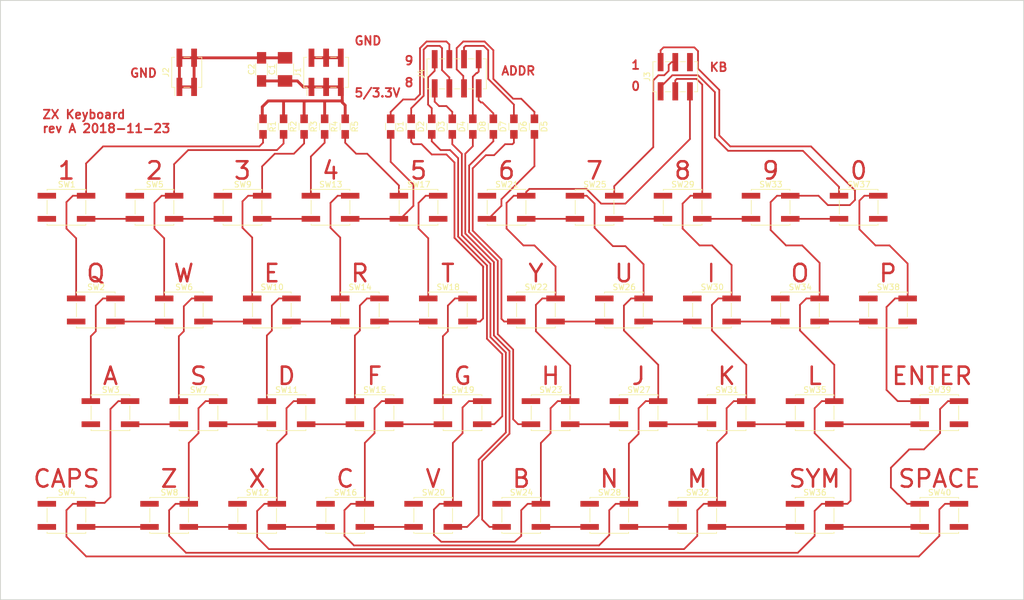
<source format=kicad_pcb>
(kicad_pcb (version 4) (host pcbnew 4.0.7)
  (layers (0 F.Cu signal) (31 B.Cu signal) (34 B.Paste user) (35 F.Paste user) (36 B.SilkS user) (37 F.SilkS user) (38 B.Mask user) (39 F.Mask user) (44 Edge.Cuts user))
  (net 0 "")
  (net 1 +5V)
  (net 2 GND)
  (net 3 /A11)
  (net 4 "Net-(D1-Pad2)")
  (net 5 /A10)
  (net 6 "Net-(D2-Pad2)")
  (net 7 /A9)
  (net 8 "Net-(D3-Pad2)")
  (net 9 /A8)
  (net 10 "Net-(D4-Pad2)")
  (net 11 /A12)
  (net 12 "Net-(D5-Pad2)")
  (net 13 /A13)
  (net 14 "Net-(D6-Pad2)")
  (net 15 /A14)
  (net 16 "Net-(D7-Pad2)")
  (net 17 /A15)
  (net 18 "Net-(D8-Pad2)")
  (net 19 /KB0)
  (net 20 /KB1)
  (net 21 /KB2)
  (net 22 /KB3)
  (net 23 /KB4)
  (module Resistors_SMD:R_0805_HandSoldering (layer F.Cu) (at 97.79 81.534 270)
    (fp_text reference D1 (at 0 -1.7 270) (layer F.SilkS))
    (fp_text value D)
    (pad 1 smd rect (at -1.35 0 270) (size 1.5 1.3) (layers F.Cu F.Paste F.Mask) (net 3 /A11))
    (pad 2 smd rect (at 1.35 0 270) (size 1.5 1.3) (layers F.Cu F.Paste F.Mask) (net 4 "Net-(D1-Pad2)"))
  )
  (module Resistors_SMD:R_0805_HandSoldering (layer F.Cu) (at 101.346 81.534 270)
    (fp_text reference D2 (at 0 -1.7 270) (layer F.SilkS))
    (fp_text value D)
    (pad 1 smd rect (at -1.35 0 270) (size 1.5 1.3) (layers F.Cu F.Paste F.Mask) (net 5 /A10))
    (pad 2 smd rect (at 1.35 0 270) (size 1.5 1.3) (layers F.Cu F.Paste F.Mask) (net 6 "Net-(D2-Pad2)"))
  )
  (module Resistors_SMD:R_0805_HandSoldering (layer F.Cu) (at 104.902 81.534 270)
    (fp_text reference D3 (at 0 -1.7 270) (layer F.SilkS))
    (fp_text value D)
    (pad 1 smd rect (at -1.35 0 270) (size 1.5 1.3) (layers F.Cu F.Paste F.Mask) (net 7 /A9))
    (pad 2 smd rect (at 1.35 0 270) (size 1.5 1.3) (layers F.Cu F.Paste F.Mask) (net 8 "Net-(D3-Pad2)"))
  )
  (module Resistors_SMD:R_0805_HandSoldering (layer F.Cu) (at 108.458 81.534 270)
    (fp_text reference D4 (at 0 -1.7 270) (layer F.SilkS))
    (fp_text value D)
    (pad 1 smd rect (at -1.35 0 270) (size 1.5 1.3) (layers F.Cu F.Paste F.Mask) (net 9 /A8))
    (pad 2 smd rect (at 1.35 0 270) (size 1.5 1.3) (layers F.Cu F.Paste F.Mask) (net 10 "Net-(D4-Pad2)"))
  )
  (module Resistors_SMD:R_0805_HandSoldering (layer F.Cu) (at 122.682 81.534 270)
    (fp_text reference D5 (at 0 -1.7 270) (layer F.SilkS))
    (fp_text value D)
    (pad 1 smd rect (at -1.35 0 270) (size 1.5 1.3) (layers F.Cu F.Paste F.Mask) (net 11 /A12))
    (pad 2 smd rect (at 1.35 0 270) (size 1.5 1.3) (layers F.Cu F.Paste F.Mask) (net 12 "Net-(D5-Pad2)"))
  )
  (module Resistors_SMD:R_0805_HandSoldering (layer F.Cu) (at 119.126 81.534 270)
    (fp_text reference D6 (at 0 -1.7 270) (layer F.SilkS))
    (fp_text value D)
    (pad 1 smd rect (at -1.35 0 270) (size 1.5 1.3) (layers F.Cu F.Paste F.Mask) (net 13 /A13))
    (pad 2 smd rect (at 1.35 0 270) (size 1.5 1.3) (layers F.Cu F.Paste F.Mask) (net 14 "Net-(D6-Pad2)"))
  )
  (module Resistors_SMD:R_0805_HandSoldering (layer F.Cu) (at 115.57 81.534 270)
    (fp_text reference D7 (at 0 -1.7 270) (layer F.SilkS))
    (fp_text value D)
    (pad 1 smd rect (at -1.35 0 270) (size 1.5 1.3) (layers F.Cu F.Paste F.Mask) (net 15 /A14))
    (pad 2 smd rect (at 1.35 0 270) (size 1.5 1.3) (layers F.Cu F.Paste F.Mask) (net 16 "Net-(D7-Pad2)"))
  )
  (module Resistors_SMD:R_0805_HandSoldering (layer F.Cu) (at 112.014 81.534 270)
    (fp_text reference D8 (at 0 -1.7 270) (layer F.SilkS))
    (fp_text value D)
    (pad 1 smd rect (at -1.35 0 270) (size 1.5 1.3) (layers F.Cu F.Paste F.Mask) (net 17 /A15))
    (pad 2 smd rect (at 1.35 0 270) (size 1.5 1.3) (layers F.Cu F.Paste F.Mask) (net 18 "Net-(D8-Pad2)"))
  )
  (module Pin_Headers:Pin_Header_Straight_2x03_Pitch2.54mm_SMD (layer F.Cu) (at 86.614 72.136 90)
    (fp_text reference J1 (at 0 -4.87 90) (layer F.SilkS))
    (fp_text value PWR)
    (pad 1 smd rect (at -2.525 -2.54 90) (size 3.15 1) (layers F.Cu F.Paste F.Mask) (net 1 +5V))
    (pad 2 smd rect (at 2.525 -2.54 90) (size 3.15 1) (layers F.Cu F.Paste F.Mask) (net 2 GND))
    (pad 3 smd rect (at -2.525 0 90) (size 3.15 1) (layers F.Cu F.Paste F.Mask) (net 1 +5V))
    (pad 4 smd rect (at 2.525 0 90) (size 3.15 1) (layers F.Cu F.Paste F.Mask) (net 2 GND))
    (pad 5 smd rect (at -2.525 2.54 90) (size 3.15 1) (layers F.Cu F.Paste F.Mask) (net 1 +5V))
    (pad 6 smd rect (at 2.525 2.54 90) (size 3.15 1) (layers F.Cu F.Paste F.Mask) (net 2 GND))
  )
  (module Resistors_SMD:R_0805_HandSoldering (layer F.Cu) (at 75.692 81.534 270)
    (fp_text reference R1 (at 0 -1.7 270) (layer F.SilkS))
    (fp_text value 10k)
    (pad 1 smd rect (at -1.35 0 270) (size 1.5 1.3) (layers F.Cu F.Paste F.Mask) (net 1 +5V))
    (pad 2 smd rect (at 1.35 0 270) (size 1.5 1.3) (layers F.Cu F.Paste F.Mask) (net 19 /KB0))
  )
  (module Resistors_SMD:R_0805_HandSoldering (layer F.Cu) (at 79.248 81.534 270)
    (fp_text reference R2 (at 0 -1.7 270) (layer F.SilkS))
    (fp_text value 10k)
    (pad 1 smd rect (at -1.35 0 270) (size 1.5 1.3) (layers F.Cu F.Paste F.Mask) (net 1 +5V))
    (pad 2 smd rect (at 1.35 0 270) (size 1.5 1.3) (layers F.Cu F.Paste F.Mask) (net 20 /KB1))
  )
  (module Resistors_SMD:R_0805_HandSoldering (layer F.Cu) (at 82.804 81.534 270)
    (fp_text reference R3 (at 0 -1.7 270) (layer F.SilkS))
    (fp_text value 10k)
    (pad 1 smd rect (at -1.35 0 270) (size 1.5 1.3) (layers F.Cu F.Paste F.Mask) (net 1 +5V))
    (pad 2 smd rect (at 1.35 0 270) (size 1.5 1.3) (layers F.Cu F.Paste F.Mask) (net 21 /KB2))
  )
  (module Resistors_SMD:R_0805_HandSoldering (layer F.Cu) (at 86.36 81.534 270)
    (fp_text reference R4 (at 0 -1.7 270) (layer F.SilkS))
    (fp_text value 10k)
    (pad 1 smd rect (at -1.35 0 270) (size 1.5 1.3) (layers F.Cu F.Paste F.Mask) (net 1 +5V))
    (pad 2 smd rect (at 1.35 0 270) (size 1.5 1.3) (layers F.Cu F.Paste F.Mask) (net 22 /KB3))
  )
  (module Resistors_SMD:R_0805_HandSoldering (layer F.Cu) (at 89.916 81.534 270)
    (fp_text reference R5 (at 0 -1.7 270) (layer F.SilkS))
    (fp_text value 10k)
    (pad 1 smd rect (at -1.35 0 270) (size 1.5 1.3) (layers F.Cu F.Paste F.Mask) (net 1 +5V))
    (pad 2 smd rect (at 1.35 0 270) (size 1.5 1.3) (layers F.Cu F.Paste F.Mask) (net 23 /KB4))
  )
  (module Capacitors_SMD:C_1210_HandSoldering (layer F.Cu) (at 79.502 71.628 90)
    (fp_text reference C1 (at 0 -2.25 90) (layer F.SilkS))
    (fp_text value 10u)
    (pad 1 smd rect (at -2 0 90) (size 2 2.5) (layers F.Cu F.Paste F.Mask) (net 1 +5V))
    (pad 2 smd rect (at 2 0 90) (size 2 2.5) (layers F.Cu F.Paste F.Mask) (net 2 GND))
  )
  (module Capacitors_SMD:C_1206_HandSoldering (layer F.Cu) (at 75.438 71.628 90)
    (fp_text reference C2 (at 0 -1.75 90) (layer F.SilkS))
    (fp_text value 100n)
    (pad 1 smd rect (at -2 0 90) (size 2 1.6) (layers F.Cu F.Paste F.Mask) (net 1 +5V))
    (pad 2 smd rect (at 2 0 90) (size 2 1.6) (layers F.Cu F.Paste F.Mask) (net 2 GND))
  )
  (module Pin_Headers:Pin_Header_Straight_2x02_Pitch2.54mm_SMD (layer F.Cu) (at 62.484 72.136 90)
    (fp_text reference J2 (at 0 -3.6 90) (layer F.SilkS))
    (fp_text value GND)
    (pad 1 smd rect (at -2.525 -1.27 90) (size 3.15 1) (layers F.Cu F.Paste F.Mask) (net 2 GND))
    (pad 2 smd rect (at 2.525 -1.27 90) (size 3.15 1) (layers F.Cu F.Paste F.Mask) (net 2 GND))
    (pad 3 smd rect (at -2.525 1.27 90) (size 3.15 1) (layers F.Cu F.Paste F.Mask) (net 2 GND))
    (pad 4 smd rect (at 2.525 1.27 90) (size 3.15 1) (layers F.Cu F.Paste F.Mask) (net 2 GND))
  )
  (module Pin_Headers:Pin_Header_Straight_2x03_Pitch2.54mm_SMD (layer F.Cu) (at 147.066 72.898 90)
    (fp_text reference J3 (at 0 -4.87 90) (layer F.SilkS))
    (fp_text value KB)
    (pad 1 smd rect (at -2.525 -2.54 90) (size 3.15 1) (layers F.Cu F.Paste F.Mask) (net 19 /KB0))
    (pad 2 smd rect (at 2.525 -2.54 90) (size 3.15 1) (layers F.Cu F.Paste F.Mask) (net 20 /KB1))
    (pad 3 smd rect (at -2.525 0 90) (size 3.15 1) (layers F.Cu F.Paste F.Mask) (net 21 /KB2))
    (pad 4 smd rect (at 2.525 0 90) (size 3.15 1) (layers F.Cu F.Paste F.Mask) (net 22 /KB3))
    (pad 5 smd rect (at -2.525 2.54 90) (size 3.15 1) (layers F.Cu F.Paste F.Mask) (net 23 /KB4))
    (pad 6 smd rect (at 2.525 2.54 90) (size 3.15 1) (layers F.Cu F.Paste F.Mask))
  )
  (module Pin_Headers:Pin_Header_Straight_2x04_Pitch2.54mm_SMD (layer F.Cu) (at 109.22 72.39 90)
    (fp_text reference J4 (at 0 -6.14 90) (layer F.SilkS))
    (fp_text value ADDR)
    (pad 1 smd rect (at -2.525 -3.81 90) (size 3.15 1) (layers F.Cu F.Paste F.Mask) (net 9 /A8))
    (pad 2 smd rect (at 2.525 -3.81 90) (size 3.15 1) (layers F.Cu F.Paste F.Mask) (net 7 /A9))
    (pad 3 smd rect (at -2.525 -1.27 90) (size 3.15 1) (layers F.Cu F.Paste F.Mask) (net 5 /A10))
    (pad 4 smd rect (at 2.525 -1.27 90) (size 3.15 1) (layers F.Cu F.Paste F.Mask) (net 3 /A11))
    (pad 5 smd rect (at -2.525 1.27 90) (size 3.15 1) (layers F.Cu F.Paste F.Mask) (net 11 /A12))
    (pad 6 smd rect (at 2.525 1.27 90) (size 3.15 1) (layers F.Cu F.Paste F.Mask) (net 13 /A13))
    (pad 7 smd rect (at -2.525 3.81 90) (size 3.15 1) (layers F.Cu F.Paste F.Mask) (net 15 /A14))
    (pad 8 smd rect (at 2.525 3.81 90) (size 3.15 1) (layers F.Cu F.Paste F.Mask) (net 17 /A15))
  )
  (module Buttons_Switches_SMD:SW_SPST_EVQQ2 (layer F.Cu) (at 41.656 95.504)
    (fp_text reference SW1 (at 0.05 -3.95) (layer F.SilkS))
    (fp_text value SW_1)
    (pad 1 smd rect (at 3.4 -2) (size 3.2 1) (layers F.Cu F.Paste F.Mask) (net 19 /KB0))
    (pad 1 smd rect (at -3.4 -2) (size 3.2 1) (layers F.Cu F.Paste F.Mask) (net 19 /KB0))
    (pad 2 smd rect (at -3.4 2) (size 3.2 1) (layers F.Cu F.Paste F.Mask) (net 4 "Net-(D1-Pad2)"))
    (pad 2 smd rect (at 3.4 2) (size 3.2 1) (layers F.Cu F.Paste F.Mask) (net 4 "Net-(D1-Pad2)"))
  )
  (module Buttons_Switches_SMD:SW_SPST_EVQQ2 (layer F.Cu) (at 46.736 113.284)
    (fp_text reference SW2 (at 0.05 -3.95) (layer F.SilkS))
    (fp_text value SW_Q)
    (pad 1 smd rect (at 3.4 -2) (size 3.2 1) (layers F.Cu F.Paste F.Mask) (net 19 /KB0))
    (pad 1 smd rect (at -3.4 -2) (size 3.2 1) (layers F.Cu F.Paste F.Mask) (net 19 /KB0))
    (pad 2 smd rect (at -3.4 2) (size 3.2 1) (layers F.Cu F.Paste F.Mask) (net 6 "Net-(D2-Pad2)"))
    (pad 2 smd rect (at 3.4 2) (size 3.2 1) (layers F.Cu F.Paste F.Mask) (net 6 "Net-(D2-Pad2)"))
  )
  (module Buttons_Switches_SMD:SW_SPST_EVQQ2 (layer F.Cu) (at 49.276 131.064)
    (fp_text reference SW3 (at 0.05 -3.95) (layer F.SilkS))
    (fp_text value SW_A)
    (pad 1 smd rect (at 3.4 -2) (size 3.2 1) (layers F.Cu F.Paste F.Mask) (net 19 /KB0))
    (pad 1 smd rect (at -3.4 -2) (size 3.2 1) (layers F.Cu F.Paste F.Mask) (net 19 /KB0))
    (pad 2 smd rect (at -3.4 2) (size 3.2 1) (layers F.Cu F.Paste F.Mask) (net 8 "Net-(D3-Pad2)"))
    (pad 2 smd rect (at 3.4 2) (size 3.2 1) (layers F.Cu F.Paste F.Mask) (net 8 "Net-(D3-Pad2)"))
  )
  (module Buttons_Switches_SMD:SW_SPST_EVQQ2 (layer F.Cu) (at 41.656 148.844)
    (fp_text reference SW4 (at 0.05 -3.95) (layer F.SilkS))
    (fp_text value SW_CAPS)
    (pad 1 smd rect (at 3.4 -2) (size 3.2 1) (layers F.Cu F.Paste F.Mask) (net 19 /KB0))
    (pad 1 smd rect (at -3.4 -2) (size 3.2 1) (layers F.Cu F.Paste F.Mask) (net 19 /KB0))
    (pad 2 smd rect (at -3.4 2) (size 3.2 1) (layers F.Cu F.Paste F.Mask) (net 10 "Net-(D4-Pad2)"))
    (pad 2 smd rect (at 3.4 2) (size 3.2 1) (layers F.Cu F.Paste F.Mask) (net 10 "Net-(D4-Pad2)"))
  )
  (module Buttons_Switches_SMD:SW_SPST_EVQQ2 (layer F.Cu) (at 56.896 95.504)
    (fp_text reference SW5 (at 0.05 -3.95) (layer F.SilkS))
    (fp_text value SW_2)
    (pad 1 smd rect (at 3.4 -2) (size 3.2 1) (layers F.Cu F.Paste F.Mask) (net 20 /KB1))
    (pad 1 smd rect (at -3.4 -2) (size 3.2 1) (layers F.Cu F.Paste F.Mask) (net 20 /KB1))
    (pad 2 smd rect (at -3.4 2) (size 3.2 1) (layers F.Cu F.Paste F.Mask) (net 4 "Net-(D1-Pad2)"))
    (pad 2 smd rect (at 3.4 2) (size 3.2 1) (layers F.Cu F.Paste F.Mask) (net 4 "Net-(D1-Pad2)"))
  )
  (module Buttons_Switches_SMD:SW_SPST_EVQQ2 (layer F.Cu) (at 61.976 113.284)
    (fp_text reference SW6 (at 0.05 -3.95) (layer F.SilkS))
    (fp_text value SW_W)
    (pad 1 smd rect (at 3.4 -2) (size 3.2 1) (layers F.Cu F.Paste F.Mask) (net 20 /KB1))
    (pad 1 smd rect (at -3.4 -2) (size 3.2 1) (layers F.Cu F.Paste F.Mask) (net 20 /KB1))
    (pad 2 smd rect (at -3.4 2) (size 3.2 1) (layers F.Cu F.Paste F.Mask) (net 6 "Net-(D2-Pad2)"))
    (pad 2 smd rect (at 3.4 2) (size 3.2 1) (layers F.Cu F.Paste F.Mask) (net 6 "Net-(D2-Pad2)"))
  )
  (module Buttons_Switches_SMD:SW_SPST_EVQQ2 (layer F.Cu) (at 64.516 131.064)
    (fp_text reference SW7 (at 0.05 -3.95) (layer F.SilkS))
    (fp_text value SW_S)
    (pad 1 smd rect (at 3.4 -2) (size 3.2 1) (layers F.Cu F.Paste F.Mask) (net 20 /KB1))
    (pad 1 smd rect (at -3.4 -2) (size 3.2 1) (layers F.Cu F.Paste F.Mask) (net 20 /KB1))
    (pad 2 smd rect (at -3.4 2) (size 3.2 1) (layers F.Cu F.Paste F.Mask) (net 8 "Net-(D3-Pad2)"))
    (pad 2 smd rect (at 3.4 2) (size 3.2 1) (layers F.Cu F.Paste F.Mask) (net 8 "Net-(D3-Pad2)"))
  )
  (module Buttons_Switches_SMD:SW_SPST_EVQQ2 (layer F.Cu) (at 59.436 148.844)
    (fp_text reference SW8 (at 0.05 -3.95) (layer F.SilkS))
    (fp_text value SW_Z)
    (pad 1 smd rect (at 3.4 -2) (size 3.2 1) (layers F.Cu F.Paste F.Mask) (net 20 /KB1))
    (pad 1 smd rect (at -3.4 -2) (size 3.2 1) (layers F.Cu F.Paste F.Mask) (net 20 /KB1))
    (pad 2 smd rect (at -3.4 2) (size 3.2 1) (layers F.Cu F.Paste F.Mask) (net 10 "Net-(D4-Pad2)"))
    (pad 2 smd rect (at 3.4 2) (size 3.2 1) (layers F.Cu F.Paste F.Mask) (net 10 "Net-(D4-Pad2)"))
  )
  (module Buttons_Switches_SMD:SW_SPST_EVQQ2 (layer F.Cu) (at 72.136 95.504)
    (fp_text reference SW9 (at 0.05 -3.95) (layer F.SilkS))
    (fp_text value SW_3)
    (pad 1 smd rect (at 3.4 -2) (size 3.2 1) (layers F.Cu F.Paste F.Mask) (net 21 /KB2))
    (pad 1 smd rect (at -3.4 -2) (size 3.2 1) (layers F.Cu F.Paste F.Mask) (net 21 /KB2))
    (pad 2 smd rect (at -3.4 2) (size 3.2 1) (layers F.Cu F.Paste F.Mask) (net 4 "Net-(D1-Pad2)"))
    (pad 2 smd rect (at 3.4 2) (size 3.2 1) (layers F.Cu F.Paste F.Mask) (net 4 "Net-(D1-Pad2)"))
  )
  (module Buttons_Switches_SMD:SW_SPST_EVQQ2 (layer F.Cu) (at 77.216 113.284)
    (fp_text reference SW10 (at 0.05 -3.95) (layer F.SilkS))
    (fp_text value SW_E)
    (pad 1 smd rect (at 3.4 -2) (size 3.2 1) (layers F.Cu F.Paste F.Mask) (net 21 /KB2))
    (pad 1 smd rect (at -3.4 -2) (size 3.2 1) (layers F.Cu F.Paste F.Mask) (net 21 /KB2))
    (pad 2 smd rect (at -3.4 2) (size 3.2 1) (layers F.Cu F.Paste F.Mask) (net 6 "Net-(D2-Pad2)"))
    (pad 2 smd rect (at 3.4 2) (size 3.2 1) (layers F.Cu F.Paste F.Mask) (net 6 "Net-(D2-Pad2)"))
  )
  (module Buttons_Switches_SMD:SW_SPST_EVQQ2 (layer F.Cu) (at 79.756 131.064)
    (fp_text reference SW11 (at 0.05 -3.95) (layer F.SilkS))
    (fp_text value SW_D)
    (pad 1 smd rect (at 3.4 -2) (size 3.2 1) (layers F.Cu F.Paste F.Mask) (net 21 /KB2))
    (pad 1 smd rect (at -3.4 -2) (size 3.2 1) (layers F.Cu F.Paste F.Mask) (net 21 /KB2))
    (pad 2 smd rect (at -3.4 2) (size 3.2 1) (layers F.Cu F.Paste F.Mask) (net 8 "Net-(D3-Pad2)"))
    (pad 2 smd rect (at 3.4 2) (size 3.2 1) (layers F.Cu F.Paste F.Mask) (net 8 "Net-(D3-Pad2)"))
  )
  (module Buttons_Switches_SMD:SW_SPST_EVQQ2 (layer F.Cu) (at 74.676 148.844)
    (fp_text reference SW12 (at 0.05 -3.95) (layer F.SilkS))
    (fp_text value SW_X)
    (pad 1 smd rect (at 3.4 -2) (size 3.2 1) (layers F.Cu F.Paste F.Mask) (net 21 /KB2))
    (pad 1 smd rect (at -3.4 -2) (size 3.2 1) (layers F.Cu F.Paste F.Mask) (net 21 /KB2))
    (pad 2 smd rect (at -3.4 2) (size 3.2 1) (layers F.Cu F.Paste F.Mask) (net 10 "Net-(D4-Pad2)"))
    (pad 2 smd rect (at 3.4 2) (size 3.2 1) (layers F.Cu F.Paste F.Mask) (net 10 "Net-(D4-Pad2)"))
  )
  (module Buttons_Switches_SMD:SW_SPST_EVQQ2 (layer F.Cu) (at 87.376 95.504)
    (fp_text reference SW13 (at 0.05 -3.95) (layer F.SilkS))
    (fp_text value SW_4)
    (pad 1 smd rect (at 3.4 -2) (size 3.2 1) (layers F.Cu F.Paste F.Mask) (net 22 /KB3))
    (pad 1 smd rect (at -3.4 -2) (size 3.2 1) (layers F.Cu F.Paste F.Mask) (net 22 /KB3))
    (pad 2 smd rect (at -3.4 2) (size 3.2 1) (layers F.Cu F.Paste F.Mask) (net 4 "Net-(D1-Pad2)"))
    (pad 2 smd rect (at 3.4 2) (size 3.2 1) (layers F.Cu F.Paste F.Mask) (net 4 "Net-(D1-Pad2)"))
  )
  (module Buttons_Switches_SMD:SW_SPST_EVQQ2 (layer F.Cu) (at 92.456 113.284)
    (fp_text reference SW14 (at 0.05 -3.95) (layer F.SilkS))
    (fp_text value SW_R)
    (pad 1 smd rect (at 3.4 -2) (size 3.2 1) (layers F.Cu F.Paste F.Mask) (net 22 /KB3))
    (pad 1 smd rect (at -3.4 -2) (size 3.2 1) (layers F.Cu F.Paste F.Mask) (net 22 /KB3))
    (pad 2 smd rect (at -3.4 2) (size 3.2 1) (layers F.Cu F.Paste F.Mask) (net 6 "Net-(D2-Pad2)"))
    (pad 2 smd rect (at 3.4 2) (size 3.2 1) (layers F.Cu F.Paste F.Mask) (net 6 "Net-(D2-Pad2)"))
  )
  (module Buttons_Switches_SMD:SW_SPST_EVQQ2 (layer F.Cu) (at 94.996 131.064)
    (fp_text reference SW15 (at 0.05 -3.95) (layer F.SilkS))
    (fp_text value SW_F)
    (pad 1 smd rect (at 3.4 -2) (size 3.2 1) (layers F.Cu F.Paste F.Mask) (net 22 /KB3))
    (pad 1 smd rect (at -3.4 -2) (size 3.2 1) (layers F.Cu F.Paste F.Mask) (net 22 /KB3))
    (pad 2 smd rect (at -3.4 2) (size 3.2 1) (layers F.Cu F.Paste F.Mask) (net 8 "Net-(D3-Pad2)"))
    (pad 2 smd rect (at 3.4 2) (size 3.2 1) (layers F.Cu F.Paste F.Mask) (net 8 "Net-(D3-Pad2)"))
  )
  (module Buttons_Switches_SMD:SW_SPST_EVQQ2 (layer F.Cu) (at 89.916 148.844)
    (fp_text reference SW16 (at 0.05 -3.95) (layer F.SilkS))
    (fp_text value SW_C)
    (pad 1 smd rect (at 3.4 -2) (size 3.2 1) (layers F.Cu F.Paste F.Mask) (net 22 /KB3))
    (pad 1 smd rect (at -3.4 -2) (size 3.2 1) (layers F.Cu F.Paste F.Mask) (net 22 /KB3))
    (pad 2 smd rect (at -3.4 2) (size 3.2 1) (layers F.Cu F.Paste F.Mask) (net 10 "Net-(D4-Pad2)"))
    (pad 2 smd rect (at 3.4 2) (size 3.2 1) (layers F.Cu F.Paste F.Mask) (net 10 "Net-(D4-Pad2)"))
  )
  (module Buttons_Switches_SMD:SW_SPST_EVQQ2 (layer F.Cu) (at 102.616 95.504)
    (fp_text reference SW17 (at 0.05 -3.95) (layer F.SilkS))
    (fp_text value SW_5)
    (pad 1 smd rect (at 3.4 -2) (size 3.2 1) (layers F.Cu F.Paste F.Mask) (net 23 /KB4))
    (pad 1 smd rect (at -3.4 -2) (size 3.2 1) (layers F.Cu F.Paste F.Mask) (net 23 /KB4))
    (pad 2 smd rect (at -3.4 2) (size 3.2 1) (layers F.Cu F.Paste F.Mask) (net 4 "Net-(D1-Pad2)"))
    (pad 2 smd rect (at 3.4 2) (size 3.2 1) (layers F.Cu F.Paste F.Mask) (net 4 "Net-(D1-Pad2)"))
  )
  (module Buttons_Switches_SMD:SW_SPST_EVQQ2 (layer F.Cu) (at 107.696 113.284)
    (fp_text reference SW18 (at 0.05 -3.95) (layer F.SilkS))
    (fp_text value SW_T)
    (pad 1 smd rect (at 3.4 -2) (size 3.2 1) (layers F.Cu F.Paste F.Mask) (net 23 /KB4))
    (pad 1 smd rect (at -3.4 -2) (size 3.2 1) (layers F.Cu F.Paste F.Mask) (net 23 /KB4))
    (pad 2 smd rect (at -3.4 2) (size 3.2 1) (layers F.Cu F.Paste F.Mask) (net 6 "Net-(D2-Pad2)"))
    (pad 2 smd rect (at 3.4 2) (size 3.2 1) (layers F.Cu F.Paste F.Mask) (net 6 "Net-(D2-Pad2)"))
  )
  (module Buttons_Switches_SMD:SW_SPST_EVQQ2 (layer F.Cu) (at 110.236 131.064)
    (fp_text reference SW19 (at 0.05 -3.95) (layer F.SilkS))
    (fp_text value SW_G)
    (pad 1 smd rect (at 3.4 -2) (size 3.2 1) (layers F.Cu F.Paste F.Mask) (net 23 /KB4))
    (pad 1 smd rect (at -3.4 -2) (size 3.2 1) (layers F.Cu F.Paste F.Mask) (net 23 /KB4))
    (pad 2 smd rect (at -3.4 2) (size 3.2 1) (layers F.Cu F.Paste F.Mask) (net 8 "Net-(D3-Pad2)"))
    (pad 2 smd rect (at 3.4 2) (size 3.2 1) (layers F.Cu F.Paste F.Mask) (net 8 "Net-(D3-Pad2)"))
  )
  (module Buttons_Switches_SMD:SW_SPST_EVQQ2 (layer F.Cu) (at 105.156 148.844)
    (fp_text reference SW20 (at 0.05 -3.95) (layer F.SilkS))
    (fp_text value SW_V)
    (pad 1 smd rect (at 3.4 -2) (size 3.2 1) (layers F.Cu F.Paste F.Mask) (net 23 /KB4))
    (pad 1 smd rect (at -3.4 -2) (size 3.2 1) (layers F.Cu F.Paste F.Mask) (net 23 /KB4))
    (pad 2 smd rect (at -3.4 2) (size 3.2 1) (layers F.Cu F.Paste F.Mask) (net 10 "Net-(D4-Pad2)"))
    (pad 2 smd rect (at 3.4 2) (size 3.2 1) (layers F.Cu F.Paste F.Mask) (net 10 "Net-(D4-Pad2)"))
  )
  (module Buttons_Switches_SMD:SW_SPST_EVQQ2 (layer F.Cu) (at 117.856 95.504)
    (fp_text reference SW21 (at 0.05 -3.95) (layer F.SilkS))
    (fp_text value SW_6)
    (pad 1 smd rect (at 3.4 -2) (size 3.2 1) (layers F.Cu F.Paste F.Mask) (net 23 /KB4))
    (pad 1 smd rect (at -3.4 -2) (size 3.2 1) (layers F.Cu F.Paste F.Mask) (net 23 /KB4))
    (pad 2 smd rect (at -3.4 2) (size 3.2 1) (layers F.Cu F.Paste F.Mask) (net 12 "Net-(D5-Pad2)"))
    (pad 2 smd rect (at 3.4 2) (size 3.2 1) (layers F.Cu F.Paste F.Mask) (net 12 "Net-(D5-Pad2)"))
  )
  (module Buttons_Switches_SMD:SW_SPST_EVQQ2 (layer F.Cu) (at 122.936 113.284)
    (fp_text reference SW22 (at 0.05 -3.95) (layer F.SilkS))
    (fp_text value SW_Y)
    (pad 1 smd rect (at 3.4 -2) (size 3.2 1) (layers F.Cu F.Paste F.Mask) (net 23 /KB4))
    (pad 1 smd rect (at -3.4 -2) (size 3.2 1) (layers F.Cu F.Paste F.Mask) (net 23 /KB4))
    (pad 2 smd rect (at -3.4 2) (size 3.2 1) (layers F.Cu F.Paste F.Mask) (net 14 "Net-(D6-Pad2)"))
    (pad 2 smd rect (at 3.4 2) (size 3.2 1) (layers F.Cu F.Paste F.Mask) (net 14 "Net-(D6-Pad2)"))
  )
  (module Buttons_Switches_SMD:SW_SPST_EVQQ2 (layer F.Cu) (at 125.476 131.064)
    (fp_text reference SW23 (at 0.05 -3.95) (layer F.SilkS))
    (fp_text value SW_H)
    (pad 1 smd rect (at 3.4 -2) (size 3.2 1) (layers F.Cu F.Paste F.Mask) (net 23 /KB4))
    (pad 1 smd rect (at -3.4 -2) (size 3.2 1) (layers F.Cu F.Paste F.Mask) (net 23 /KB4))
    (pad 2 smd rect (at -3.4 2) (size 3.2 1) (layers F.Cu F.Paste F.Mask) (net 16 "Net-(D7-Pad2)"))
    (pad 2 smd rect (at 3.4 2) (size 3.2 1) (layers F.Cu F.Paste F.Mask) (net 16 "Net-(D7-Pad2)"))
  )
  (module Buttons_Switches_SMD:SW_SPST_EVQQ2 (layer F.Cu) (at 120.396 148.844)
    (fp_text reference SW24 (at 0.05 -3.95) (layer F.SilkS))
    (fp_text value SW_B)
    (pad 1 smd rect (at 3.4 -2) (size 3.2 1) (layers F.Cu F.Paste F.Mask) (net 23 /KB4))
    (pad 1 smd rect (at -3.4 -2) (size 3.2 1) (layers F.Cu F.Paste F.Mask) (net 23 /KB4))
    (pad 2 smd rect (at -3.4 2) (size 3.2 1) (layers F.Cu F.Paste F.Mask) (net 18 "Net-(D8-Pad2)"))
    (pad 2 smd rect (at 3.4 2) (size 3.2 1) (layers F.Cu F.Paste F.Mask) (net 18 "Net-(D8-Pad2)"))
  )
  (module Buttons_Switches_SMD:SW_SPST_EVQQ2 (layer F.Cu) (at 133.096 95.504)
    (fp_text reference SW25 (at 0.05 -3.95) (layer F.SilkS))
    (fp_text value SW_7)
    (pad 1 smd rect (at 3.4 -2) (size 3.2 1) (layers F.Cu F.Paste F.Mask) (net 22 /KB3))
    (pad 1 smd rect (at -3.4 -2) (size 3.2 1) (layers F.Cu F.Paste F.Mask) (net 22 /KB3))
    (pad 2 smd rect (at -3.4 2) (size 3.2 1) (layers F.Cu F.Paste F.Mask) (net 12 "Net-(D5-Pad2)"))
    (pad 2 smd rect (at 3.4 2) (size 3.2 1) (layers F.Cu F.Paste F.Mask) (net 12 "Net-(D5-Pad2)"))
  )
  (module Buttons_Switches_SMD:SW_SPST_EVQQ2 (layer F.Cu) (at 138.176 113.284)
    (fp_text reference SW26 (at 0.05 -3.95) (layer F.SilkS))
    (fp_text value SW_U)
    (pad 1 smd rect (at 3.4 -2) (size 3.2 1) (layers F.Cu F.Paste F.Mask) (net 22 /KB3))
    (pad 1 smd rect (at -3.4 -2) (size 3.2 1) (layers F.Cu F.Paste F.Mask) (net 22 /KB3))
    (pad 2 smd rect (at -3.4 2) (size 3.2 1) (layers F.Cu F.Paste F.Mask) (net 14 "Net-(D6-Pad2)"))
    (pad 2 smd rect (at 3.4 2) (size 3.2 1) (layers F.Cu F.Paste F.Mask) (net 14 "Net-(D6-Pad2)"))
  )
  (module Buttons_Switches_SMD:SW_SPST_EVQQ2 (layer F.Cu) (at 140.716 131.064)
    (fp_text reference SW27 (at 0.05 -3.95) (layer F.SilkS))
    (fp_text value SW_J)
    (pad 1 smd rect (at 3.4 -2) (size 3.2 1) (layers F.Cu F.Paste F.Mask) (net 22 /KB3))
    (pad 1 smd rect (at -3.4 -2) (size 3.2 1) (layers F.Cu F.Paste F.Mask) (net 22 /KB3))
    (pad 2 smd rect (at -3.4 2) (size 3.2 1) (layers F.Cu F.Paste F.Mask) (net 16 "Net-(D7-Pad2)"))
    (pad 2 smd rect (at 3.4 2) (size 3.2 1) (layers F.Cu F.Paste F.Mask) (net 16 "Net-(D7-Pad2)"))
  )
  (module Buttons_Switches_SMD:SW_SPST_EVQQ2 (layer F.Cu) (at 135.636 148.844)
    (fp_text reference SW28 (at 0.05 -3.95) (layer F.SilkS))
    (fp_text value SW_N)
    (pad 1 smd rect (at 3.4 -2) (size 3.2 1) (layers F.Cu F.Paste F.Mask) (net 22 /KB3))
    (pad 1 smd rect (at -3.4 -2) (size 3.2 1) (layers F.Cu F.Paste F.Mask) (net 22 /KB3))
    (pad 2 smd rect (at -3.4 2) (size 3.2 1) (layers F.Cu F.Paste F.Mask) (net 18 "Net-(D8-Pad2)"))
    (pad 2 smd rect (at 3.4 2) (size 3.2 1) (layers F.Cu F.Paste F.Mask) (net 18 "Net-(D8-Pad2)"))
  )
  (module Buttons_Switches_SMD:SW_SPST_EVQQ2 (layer F.Cu) (at 148.336 95.504)
    (fp_text reference SW29 (at 0.05 -3.95) (layer F.SilkS))
    (fp_text value SW_8)
    (pad 1 smd rect (at 3.4 -2) (size 3.2 1) (layers F.Cu F.Paste F.Mask) (net 21 /KB2))
    (pad 1 smd rect (at -3.4 -2) (size 3.2 1) (layers F.Cu F.Paste F.Mask) (net 21 /KB2))
    (pad 2 smd rect (at -3.4 2) (size 3.2 1) (layers F.Cu F.Paste F.Mask) (net 12 "Net-(D5-Pad2)"))
    (pad 2 smd rect (at 3.4 2) (size 3.2 1) (layers F.Cu F.Paste F.Mask) (net 12 "Net-(D5-Pad2)"))
  )
  (module Buttons_Switches_SMD:SW_SPST_EVQQ2 (layer F.Cu) (at 153.416 113.284)
    (fp_text reference SW30 (at 0.05 -3.95) (layer F.SilkS))
    (fp_text value SW_I)
    (pad 1 smd rect (at 3.4 -2) (size 3.2 1) (layers F.Cu F.Paste F.Mask) (net 21 /KB2))
    (pad 1 smd rect (at -3.4 -2) (size 3.2 1) (layers F.Cu F.Paste F.Mask) (net 21 /KB2))
    (pad 2 smd rect (at -3.4 2) (size 3.2 1) (layers F.Cu F.Paste F.Mask) (net 14 "Net-(D6-Pad2)"))
    (pad 2 smd rect (at 3.4 2) (size 3.2 1) (layers F.Cu F.Paste F.Mask) (net 14 "Net-(D6-Pad2)"))
  )
  (module Buttons_Switches_SMD:SW_SPST_EVQQ2 (layer F.Cu) (at 155.956 131.064)
    (fp_text reference SW31 (at 0.05 -3.95) (layer F.SilkS))
    (fp_text value SW_K)
    (pad 1 smd rect (at 3.4 -2) (size 3.2 1) (layers F.Cu F.Paste F.Mask) (net 21 /KB2))
    (pad 1 smd rect (at -3.4 -2) (size 3.2 1) (layers F.Cu F.Paste F.Mask) (net 21 /KB2))
    (pad 2 smd rect (at -3.4 2) (size 3.2 1) (layers F.Cu F.Paste F.Mask) (net 16 "Net-(D7-Pad2)"))
    (pad 2 smd rect (at 3.4 2) (size 3.2 1) (layers F.Cu F.Paste F.Mask) (net 16 "Net-(D7-Pad2)"))
  )
  (module Buttons_Switches_SMD:SW_SPST_EVQQ2 (layer F.Cu) (at 150.876 148.844)
    (fp_text reference SW32 (at 0.05 -3.95) (layer F.SilkS))
    (fp_text value SW_M)
    (pad 1 smd rect (at 3.4 -2) (size 3.2 1) (layers F.Cu F.Paste F.Mask) (net 21 /KB2))
    (pad 1 smd rect (at -3.4 -2) (size 3.2 1) (layers F.Cu F.Paste F.Mask) (net 21 /KB2))
    (pad 2 smd rect (at -3.4 2) (size 3.2 1) (layers F.Cu F.Paste F.Mask) (net 18 "Net-(D8-Pad2)"))
    (pad 2 smd rect (at 3.4 2) (size 3.2 1) (layers F.Cu F.Paste F.Mask) (net 18 "Net-(D8-Pad2)"))
  )
  (module Buttons_Switches_SMD:SW_SPST_EVQQ2 (layer F.Cu) (at 163.576 95.504)
    (fp_text reference SW33 (at 0.05 -3.95) (layer F.SilkS))
    (fp_text value SW_9)
    (pad 1 smd rect (at 3.4 -2) (size 3.2 1) (layers F.Cu F.Paste F.Mask) (net 20 /KB1))
    (pad 1 smd rect (at -3.4 -2) (size 3.2 1) (layers F.Cu F.Paste F.Mask) (net 20 /KB1))
    (pad 2 smd rect (at -3.4 2) (size 3.2 1) (layers F.Cu F.Paste F.Mask) (net 12 "Net-(D5-Pad2)"))
    (pad 2 smd rect (at 3.4 2) (size 3.2 1) (layers F.Cu F.Paste F.Mask) (net 12 "Net-(D5-Pad2)"))
  )
  (module Buttons_Switches_SMD:SW_SPST_EVQQ2 (layer F.Cu) (at 168.656 113.284)
    (fp_text reference SW34 (at 0.05 -3.95) (layer F.SilkS))
    (fp_text value SW_O)
    (pad 1 smd rect (at 3.4 -2) (size 3.2 1) (layers F.Cu F.Paste F.Mask) (net 20 /KB1))
    (pad 1 smd rect (at -3.4 -2) (size 3.2 1) (layers F.Cu F.Paste F.Mask) (net 20 /KB1))
    (pad 2 smd rect (at -3.4 2) (size 3.2 1) (layers F.Cu F.Paste F.Mask) (net 14 "Net-(D6-Pad2)"))
    (pad 2 smd rect (at 3.4 2) (size 3.2 1) (layers F.Cu F.Paste F.Mask) (net 14 "Net-(D6-Pad2)"))
  )
  (module Buttons_Switches_SMD:SW_SPST_EVQQ2 (layer F.Cu) (at 171.196 131.064)
    (fp_text reference SW35 (at 0.05 -3.95) (layer F.SilkS))
    (fp_text value SW_L)
    (pad 1 smd rect (at 3.4 -2) (size 3.2 1) (layers F.Cu F.Paste F.Mask) (net 20 /KB1))
    (pad 1 smd rect (at -3.4 -2) (size 3.2 1) (layers F.Cu F.Paste F.Mask) (net 20 /KB1))
    (pad 2 smd rect (at -3.4 2) (size 3.2 1) (layers F.Cu F.Paste F.Mask) (net 16 "Net-(D7-Pad2)"))
    (pad 2 smd rect (at 3.4 2) (size 3.2 1) (layers F.Cu F.Paste F.Mask) (net 16 "Net-(D7-Pad2)"))
  )
  (module Buttons_Switches_SMD:SW_SPST_EVQQ2 (layer F.Cu) (at 171.196 148.844)
    (fp_text reference SW36 (at 0.05 -3.95) (layer F.SilkS))
    (fp_text value SW_SYM)
    (pad 1 smd rect (at 3.4 -2) (size 3.2 1) (layers F.Cu F.Paste F.Mask) (net 20 /KB1))
    (pad 1 smd rect (at -3.4 -2) (size 3.2 1) (layers F.Cu F.Paste F.Mask) (net 20 /KB1))
    (pad 2 smd rect (at -3.4 2) (size 3.2 1) (layers F.Cu F.Paste F.Mask) (net 18 "Net-(D8-Pad2)"))
    (pad 2 smd rect (at 3.4 2) (size 3.2 1) (layers F.Cu F.Paste F.Mask) (net 18 "Net-(D8-Pad2)"))
  )
  (module Buttons_Switches_SMD:SW_SPST_EVQQ2 (layer F.Cu) (at 178.816 95.504)
    (fp_text reference SW37 (at 0.05 -3.95) (layer F.SilkS))
    (fp_text value SW_0)
    (pad 1 smd rect (at 3.4 -2) (size 3.2 1) (layers F.Cu F.Paste F.Mask) (net 19 /KB0))
    (pad 1 smd rect (at -3.4 -2) (size 3.2 1) (layers F.Cu F.Paste F.Mask) (net 19 /KB0))
    (pad 2 smd rect (at -3.4 2) (size 3.2 1) (layers F.Cu F.Paste F.Mask) (net 12 "Net-(D5-Pad2)"))
    (pad 2 smd rect (at 3.4 2) (size 3.2 1) (layers F.Cu F.Paste F.Mask) (net 12 "Net-(D5-Pad2)"))
  )
  (module Buttons_Switches_SMD:SW_SPST_EVQQ2 (layer F.Cu) (at 183.896 113.284)
    (fp_text reference SW38 (at 0.05 -3.95) (layer F.SilkS))
    (fp_text value SW_P)
    (pad 1 smd rect (at 3.4 -2) (size 3.2 1) (layers F.Cu F.Paste F.Mask) (net 19 /KB0))
    (pad 1 smd rect (at -3.4 -2) (size 3.2 1) (layers F.Cu F.Paste F.Mask) (net 19 /KB0))
    (pad 2 smd rect (at -3.4 2) (size 3.2 1) (layers F.Cu F.Paste F.Mask) (net 14 "Net-(D6-Pad2)"))
    (pad 2 smd rect (at 3.4 2) (size 3.2 1) (layers F.Cu F.Paste F.Mask) (net 14 "Net-(D6-Pad2)"))
  )
  (module Buttons_Switches_SMD:SW_SPST_EVQQ2 (layer F.Cu) (at 192.786 131.064)
    (fp_text reference SW39 (at 0.05 -3.95) (layer F.SilkS))
    (fp_text value SW_ENT)
    (pad 1 smd rect (at 3.4 -2) (size 3.2 1) (layers F.Cu F.Paste F.Mask) (net 19 /KB0))
    (pad 1 smd rect (at -3.4 -2) (size 3.2 1) (layers F.Cu F.Paste F.Mask) (net 19 /KB0))
    (pad 2 smd rect (at -3.4 2) (size 3.2 1) (layers F.Cu F.Paste F.Mask) (net 16 "Net-(D7-Pad2)"))
    (pad 2 smd rect (at 3.4 2) (size 3.2 1) (layers F.Cu F.Paste F.Mask) (net 16 "Net-(D7-Pad2)"))
  )
  (module Buttons_Switches_SMD:SW_SPST_EVQQ2 (layer F.Cu) (at 192.786 148.844)
    (fp_text reference SW40 (at 0.05 -3.95) (layer F.SilkS))
    (fp_text value SW_SP)
    (pad 1 smd rect (at 3.4 -2) (size 3.2 1) (layers F.Cu F.Paste F.Mask) (net 19 /KB0))
    (pad 1 smd rect (at -3.4 -2) (size 3.2 1) (layers F.Cu F.Paste F.Mask) (net 19 /KB0))
    (pad 2 smd rect (at -3.4 2) (size 3.2 1) (layers F.Cu F.Paste F.Mask) (net 18 "Net-(D8-Pad2)"))
    (pad 2 smd rect (at 3.4 2) (size 3.2 1) (layers F.Cu F.Paste F.Mask) (net 18 "Net-(D8-Pad2)"))
  )
  (gr_text I (at 153.289 106.934) (layer F.Cu) (effects (font (size 3 3) (thickness 0.4))))
  (gr_text 0 (at 140.208 74.549) (layer F.Cu) (effects (font (size 1.5 1.5) (thickness 0.3))))
  (gr_text 1 (at 140.208 70.866) (layer F.Cu) (effects (font (size 1.5 1.5) (thickness 0.3))))
  (gr_text 5/3.3V (at 95.504 75.692) (layer F.Cu) (effects (font (size 1.5 1.5) (thickness 0.3))))
  (gr_text GND (at 93.853 66.675) (layer F.Cu) (effects (font (size 1.5 1.5) (thickness 0.3))))
  (gr_text GND (at 54.991 72.263) (layer F.Cu) (effects (font (size 1.5 1.5) (thickness 0.3))))
  (gr_text ADDR (at 119.888 71.882) (layer F.Cu) (effects (font (size 1.5 1.5) (thickness 0.3))))
  (gr_text 9 (at 100.965 70.104) (layer F.Cu) (effects (font (size 1.5 1.5) (thickness 0.3))))
  (gr_text 8 (at 100.965 73.914) (layer F.Cu) (effects (font (size 1.5 1.5) (thickness 0.3))))
  (gr_text KB (at 154.559 71.247) (layer F.Cu) (effects (font (size 1.5 1.5) (thickness 0.3))))
  (gr_text "ZX Keyboard\nrev A 2018-11-23" (at 37.338 80.645) (layer F.Cu) (effects (font (size 1.5 1.5) (thickness 0.3)) (justify left)))
  (gr_line (start 30.226 163.449) (end 30.226 59.69) (angle 90) (layer Edge.Cuts) (width 0.15))
  (gr_line (start 207.391 163.449) (end 30.226 163.449) (angle 90) (layer Edge.Cuts) (width 0.15))
  (gr_line (start 207.391 59.69) (end 207.391 163.449) (angle 90) (layer Edge.Cuts) (width 0.15))
  (gr_line (start 30.226 59.69) (end 207.391 59.69) (angle 90) (layer Edge.Cuts) (width 0.15))
  (gr_text 1 (at 41.656 89.154) (layer F.Cu) (effects (font (size 3 3) (thickness 0.4))))
  (gr_text Q (at 46.736 106.934) (layer F.Cu) (effects (font (size 3 3) (thickness 0.4))))
  (gr_text A (at 49.276 124.714) (layer F.Cu) (effects (font (size 3 3) (thickness 0.4))))
  (gr_text CAPS (at 41.656 142.494) (layer F.Cu) (effects (font (size 3 3) (thickness 0.4))))
  (gr_text 2 (at 56.896 89.154) (layer F.Cu) (effects (font (size 3 3) (thickness 0.4))))
  (gr_text W (at 61.976 106.934) (layer F.Cu) (effects (font (size 3 3) (thickness 0.4))))
  (gr_text S (at 64.516 124.714) (layer F.Cu) (effects (font (size 3 3) (thickness 0.4))))
  (gr_text Z (at 59.436 142.494) (layer F.Cu) (effects (font (size 3 3) (thickness 0.4))))
  (gr_text X (at 74.676 142.494) (layer F.Cu) (effects (font (size 3 3) (thickness 0.4))))
  (gr_text C (at 89.916 142.494) (layer F.Cu) (effects (font (size 3 3) (thickness 0.4))))
  (gr_text V (at 105.156 142.494) (layer F.Cu) (effects (font (size 3 3) (thickness 0.4))))
  (gr_text B (at 120.396 142.494) (layer F.Cu) (effects (font (size 3 3) (thickness 0.4))))
  (gr_text N (at 135.636 142.494) (layer F.Cu) (effects (font (size 3 3) (thickness 0.4))))
  (gr_text M (at 150.876 142.494) (layer F.Cu) (effects (font (size 3 3) (thickness 0.4))))
  (gr_text SYM (at 171.196 142.494) (layer F.Cu) (effects (font (size 3 3) (thickness 0.4))))
  (gr_text SPACE (at 192.786 142.494) (layer F.Cu) (effects (font (size 3 3) (thickness 0.4))))
  (gr_text D (at 79.756 124.714) (layer F.Cu) (effects (font (size 3 3) (thickness 0.4))))
  (gr_text F (at 94.996 124.714) (layer F.Cu) (effects (font (size 3 3) (thickness 0.4))))
  (gr_text G (at 110.236 124.714) (layer F.Cu) (effects (font (size 3 3) (thickness 0.4))))
  (gr_text H (at 125.476 124.714) (layer F.Cu) (effects (font (size 3 3) (thickness 0.4))))
  (gr_text J (at 140.716 124.714) (layer F.Cu) (effects (font (size 3 3) (thickness 0.4))))
  (gr_text K (at 155.956 124.714) (layer F.Cu) (effects (font (size 3 3) (thickness 0.4))))
  (gr_text L (at 171.196 124.714) (layer F.Cu) (effects (font (size 3 3) (thickness 0.4))))
  (gr_text ENTER (at 191.516 124.714) (layer F.Cu) (effects (font (size 3 3) (thickness 0.4))))
  (gr_text E (at 77.216 106.934) (layer F.Cu) (effects (font (size 3 3) (thickness 0.4))))
  (gr_text R (at 92.456 106.934) (layer F.Cu) (effects (font (size 3 3) (thickness 0.4))))
  (gr_text T (at 107.696 106.934) (layer F.Cu) (effects (font (size 3 3) (thickness 0.4))))
  (gr_text Y (at 122.936 106.934) (layer F.Cu) (effects (font (size 3 3) (thickness 0.4))))
  (gr_text U (at 138.176 106.934) (layer F.Cu) (effects (font (size 3 3) (thickness 0.4))))
  (gr_text O (at 168.656 106.934) (layer F.Cu) (effects (font (size 3 3) (thickness 0.4))))
  (gr_text P (at 183.896 106.934) (layer F.Cu) (effects (font (size 3 3) (thickness 0.4))))
  (gr_text 3 (at 72.136 89.154) (layer F.Cu) (effects (font (size 3 3) (thickness 0.4))))
  (gr_text 4 (at 87.376 89.154) (layer F.Cu) (effects (font (size 3 3) (thickness 0.4))))
  (gr_text 5 (at 102.616 89.154) (layer F.Cu) (effects (font (size 3 3) (thickness 0.4))))
  (gr_text 6 (at 117.856 89.154) (layer F.Cu) (effects (font (size 3 3) (thickness 0.4))))
  (gr_text 7 (at 133.096 89.154) (layer F.Cu) (effects (font (size 3 3) (thickness 0.4))))
  (gr_text 8 (at 148.336 89.154) (layer F.Cu) (effects (font (size 3 3) (thickness 0.4))))
  (gr_text 9 (at 163.576 89.154) (layer F.Cu) (effects (font (size 3 3) (thickness 0.4))))
  (gr_text 0 (at 178.816 89.154) (layer F.Cu) (effects (font (size 3 3) (thickness 0.4))))
  (gr_text 0 (at 178.816 89.154) (layer F.Cu) (effects (font (size 3 3) (thickness 0.4))))
  (gr_text 9 (at 163.576 89.154) (layer F.Cu) (effects (font (size 3 3) (thickness 0.4))))
  (gr_text 8 (at 148.336 89.154) (layer F.Cu) (effects (font (size 3 3) (thickness 0.4))))
  (gr_text 7 (at 133.096 89.154) (layer F.Cu) (effects (font (size 3 3) (thickness 0.4))))
  (gr_text 6 (at 117.856 89.154) (layer F.Cu) (effects (font (size 3 3) (thickness 0.4))))
  (gr_text 5 (at 102.616 89.154) (layer F.Cu) (effects (font (size 3 3) (thickness 0.4))))
  (gr_text 4 (at 87.376 89.154) (layer F.Cu) (effects (font (size 3 3) (thickness 0.4))))
  (gr_text 3 (at 72.136 89.154) (layer F.Cu) (effects (font (size 3 3) (thickness 0.4))))
  (gr_text P (at 183.896 106.934) (layer F.Cu) (effects (font (size 3 3) (thickness 0.4))))
  (gr_text O (at 168.656 106.934) (layer F.Cu) (effects (font (size 3 3) (thickness 0.4))))
  (gr_text U (at 138.176 106.934) (layer F.Cu) (effects (font (size 3 3) (thickness 0.4))))
  (gr_text Y (at 122.936 106.934) (layer F.Cu) (effects (font (size 3 3) (thickness 0.4))))
  (gr_text T (at 107.696 106.934) (layer F.Cu) (effects (font (size 3 3) (thickness 0.4))))
  (gr_text R (at 92.456 106.934) (layer F.Cu) (effects (font (size 3 3) (thickness 0.4))))
  (gr_text E (at 77.216 106.934) (layer F.Cu) (effects (font (size 3 3) (thickness 0.4))))
  (gr_text ENTER (at 191.516 124.714) (layer F.Cu) (effects (font (size 3 3) (thickness 0.4))))
  (gr_text L (at 171.196 124.714) (layer F.Cu) (effects (font (size 3 3) (thickness 0.4))))
  (gr_text K (at 155.956 124.714) (layer F.Cu) (effects (font (size 3 3) (thickness 0.4))))
  (gr_text J (at 140.716 124.714) (layer F.Cu) (effects (font (size 3 3) (thickness 0.4))))
  (gr_text H (at 125.476 124.714) (layer F.Cu) (effects (font (size 3 3) (thickness 0.4))))
  (gr_text G (at 110.236 124.714) (layer F.Cu) (effects (font (size 3 3) (thickness 0.4))))
  (gr_text F (at 94.996 124.714) (layer F.Cu) (effects (font (size 3 3) (thickness 0.4))))
  (gr_text D (at 79.756 124.714) (layer F.Cu) (effects (font (size 3 3) (thickness 0.4))))
  (gr_text SPACE (at 192.786 142.494) (layer F.Cu) (effects (font (size 3 3) (thickness 0.4))))
  (gr_text SYM (at 171.196 142.494) (layer F.Cu) (effects (font (size 3 3) (thickness 0.4))))
  (gr_text M (at 150.876 142.494) (layer F.Cu) (effects (font (size 3 3) (thickness 0.4))))
  (gr_text N (at 135.636 142.494) (layer F.Cu) (effects (font (size 3 3) (thickness 0.4))))
  (gr_text B (at 120.396 142.494) (layer F.Cu) (effects (font (size 3 3) (thickness 0.4))))
  (gr_text V (at 105.156 142.494) (layer F.Cu) (effects (font (size 3 3) (thickness 0.4))))
  (gr_text C (at 89.916 142.494) (layer F.Cu) (effects (font (size 3 3) (thickness 0.4))))
  (gr_text X (at 74.676 142.494) (layer F.Cu) (effects (font (size 3 3) (thickness 0.4))))
  (gr_text Z (at 59.436 142.494) (layer F.Cu) (effects (font (size 3 3) (thickness 0.4))))
  (gr_text S (at 64.516 124.714) (layer F.Cu) (effects (font (size 3 3) (thickness 0.4))))
  (gr_text W (at 61.976 106.934) (layer F.Cu) (effects (font (size 3 3) (thickness 0.4))))
  (gr_text 2 (at 56.896 89.154) (layer F.Cu) (effects (font (size 3 3) (thickness 0.4))))
  (gr_text CAPS (at 41.656 142.494) (layer F.Cu) (effects (font (size 3 3) (thickness 0.4))))
  (gr_text A (at 49.276 124.714) (layer F.Cu) (effects (font (size 3 3) (thickness 0.4))))
  (gr_text Q (at 46.736 106.934) (layer F.Cu) (effects (font (size 3 3) (thickness 0.4))))
  (gr_text 1 (at 41.656 89.154) (layer F.Cu) (effects (font (size 3 3) (thickness 0.4))))
  (segment (start 86.36 77.089) (end 86.36 80.184) (width 0.5) (layer F.Cu) (net 1))
  (segment (start 82.804 80.184) (end 82.804 77.089) (width 0.5) (layer F.Cu) (net 1))
  (segment (start 79.248 80.184) (end 79.248 77.089) (width 0.5) (layer F.Cu) (net 1))
  (segment (start 79.248 77.089) (end 79.248 77.216) (width 0.5) (layer F.Cu) (net 1))
  (segment (start 79.248 77.216) (end 79.248 77.089) (width 0.5) (layer F.Cu) (net 1))
  (segment (start 89.408 77.089) (end 86.36 77.089) (width 0.5) (layer F.Cu) (net 1))
  (segment (start 86.36 77.089) (end 83.185 77.089) (width 0.5) (layer F.Cu) (net 1))
  (segment (start 83.185 77.089) (end 82.804 77.089) (width 0.5) (layer F.Cu) (net 1))
  (segment (start 82.804 77.089) (end 79.248 77.089) (width 0.5) (layer F.Cu) (net 1))
  (segment (start 79.248 77.089) (end 76.581 77.089) (width 0.5) (layer F.Cu) (net 1))
  (segment (start 75.565 78.105) (end 75.565 80.057) (width 0.5) (layer F.Cu) (net 1))
  (segment (start 76.581 77.089) (end 75.565 78.105) (width 0.5) (layer F.Cu) (net 1))
  (segment (start 75.565 80.057) (end 75.692 80.184) (width 0.5) (layer F.Cu) (net 1))
  (segment (start 89.916 80.184) (end 89.916 77.851) (width 0.5) (layer F.Cu) (net 1))
  (segment (start 89.408 77.343) (end 89.408 77.089) (width 0.5) (layer F.Cu) (net 1))
  (segment (start 89.408 77.089) (end 89.408 74.915) (width 0.5) (layer F.Cu) (net 1))
  (segment (start 89.916 77.851) (end 89.408 77.343) (width 0.5) (layer F.Cu) (net 1))
  (segment (start 89.408 74.915) (end 89.154 74.661) (width 0.5) (layer F.Cu) (net 1))
  (segment (start 75.438 73.628) (end 79.502 73.628) (width 0.5) (layer F.Cu) (net 1))
  (segment (start 84.074 74.661) (end 82.662 74.661) (width 0.5) (layer F.Cu) (net 1))
  (segment (start 81.629 73.628) (end 79.502 73.628) (width 0.5) (layer F.Cu) (net 1))
  (segment (start 82.662 74.661) (end 81.629 73.628) (width 0.5) (layer F.Cu) (net 1))
  (segment (start 86.614 74.661) (end 89.154 74.661) (width 0.5) (layer F.Cu) (net 1))
  (segment (start 84.074 74.661) (end 86.614 74.661) (width 0.5) (layer F.Cu) (net 1))
  (segment (start 63.754 74.661) (end 63.754 69.611) (width 0.5) (layer F.Cu) (net 2))
  (segment (start 61.214 74.661) (end 63.754 74.661) (width 0.5) (layer F.Cu) (net 2))
  (segment (start 61.214 69.611) (end 61.214 74.661) (width 0.5) (layer F.Cu) (net 2))
  (segment (start 63.754 69.611) (end 61.214 69.611) (width 0.5) (layer F.Cu) (net 2))
  (segment (start 75.438 69.628) (end 63.771 69.628) (width 0.5) (layer F.Cu) (net 2))
  (segment (start 63.771 69.628) (end 63.754 69.611) (width 0.5) (layer F.Cu) (net 2))
  (segment (start 75.438 69.628) (end 79.502 69.628) (width 0.5) (layer F.Cu) (net 2))
  (segment (start 86.614 69.611) (end 84.074 69.611) (width 0.5) (layer F.Cu) (net 2))
  (segment (start 89.154 69.611) (end 86.614 69.611) (width 0.5) (layer F.Cu) (net 2))
  (segment (start 97.79 80.184) (end 97.79 78.994) (width 0.3) (layer F.Cu) (net 3))
  (segment (start 107.95 67.31) (end 107.95 69.865) (width 0.3) (layer F.Cu) (net 3))
  (segment (start 107.442 66.802) (end 107.95 67.31) (width 0.3) (layer F.Cu) (net 3))
  (segment (start 104.013 66.802) (end 107.442 66.802) (width 0.3) (layer F.Cu) (net 3))
  (segment (start 102.87 67.945) (end 104.013 66.802) (width 0.3) (layer F.Cu) (net 3))
  (segment (start 102.87 75.946) (end 102.87 67.945) (width 0.3) (layer F.Cu) (net 3))
  (segment (start 101.981 76.835) (end 102.87 75.946) (width 0.3) (layer F.Cu) (net 3))
  (segment (start 99.949 76.835) (end 101.981 76.835) (width 0.3) (layer F.Cu) (net 3))
  (segment (start 97.79 78.994) (end 99.949 76.835) (width 0.3) (layer F.Cu) (net 3))
  (segment (start 99.216 97.504) (end 99.473 97.504) (width 0.3) (layer F.Cu) (net 4))
  (segment (start 99.473 97.504) (end 101.727 95.25) (width 0.3) (layer F.Cu) (net 4))
  (segment (start 97.79 87.63) (end 97.79 82.884) (width 0.3) (layer F.Cu) (net 4))
  (segment (start 101.727 91.567) (end 97.79 87.63) (width 0.3) (layer F.Cu) (net 4))
  (segment (start 101.727 95.25) (end 101.727 91.567) (width 0.3) (layer F.Cu) (net 4))
  (segment (start 90.776 97.504) (end 99.216 97.504) (width 0.3) (layer F.Cu) (net 4))
  (segment (start 75.536 97.504) (end 83.976 97.504) (width 0.3) (layer F.Cu) (net 4))
  (segment (start 60.296 97.504) (end 68.736 97.504) (width 0.3) (layer F.Cu) (net 4))
  (segment (start 45.056 97.504) (end 53.496 97.504) (width 0.3) (layer F.Cu) (net 4))
  (segment (start 101.346 80.184) (end 101.346 78.359) (width 0.3) (layer F.Cu) (net 5))
  (segment (start 107.95 73.025) (end 107.95 74.915) (width 0.3) (layer F.Cu) (net 5))
  (segment (start 106.68 71.755) (end 107.95 73.025) (width 0.3) (layer F.Cu) (net 5))
  (segment (start 106.68 67.945) (end 106.68 71.755) (width 0.3) (layer F.Cu) (net 5))
  (segment (start 106.299 67.564) (end 106.68 67.945) (width 0.3) (layer F.Cu) (net 5))
  (segment (start 104.14 67.564) (end 106.299 67.564) (width 0.3) (layer F.Cu) (net 5))
  (segment (start 103.505 68.199) (end 104.14 67.564) (width 0.3) (layer F.Cu) (net 5))
  (segment (start 103.505 76.2) (end 103.505 68.199) (width 0.3) (layer F.Cu) (net 5))
  (segment (start 101.346 78.359) (end 103.505 76.2) (width 0.3) (layer F.Cu) (net 5))
  (segment (start 111.096 115.284) (end 113.258996 115.284) (width 0.3) (layer F.Cu) (net 6))
  (segment (start 101.346 84.201) (end 101.346 82.884) (width 0.3) (layer F.Cu) (net 6))
  (segment (start 101.727 84.582) (end 101.346 84.201) (width 0.3) (layer F.Cu) (net 6))
  (segment (start 103.124 84.582) (end 101.727 84.582) (width 0.3) (layer F.Cu) (net 6))
  (segment (start 104.902 86.36) (end 103.124 84.582) (width 0.3) (layer F.Cu) (net 6))
  (segment (start 107.442 86.36) (end 104.902 86.36) (width 0.3) (layer F.Cu) (net 6))
  (segment (start 108.839 87.757) (end 107.442 86.36) (width 0.3) (layer F.Cu) (net 6))
  (segment (start 108.839 100.79753) (end 108.839 87.757) (width 0.3) (layer F.Cu) (net 6))
  (segment (start 113.812235 105.770765) (end 108.839 100.79753) (width 0.3) (layer F.Cu) (net 6))
  (segment (start 113.812235 105.897765) (end 113.812235 105.770765) (width 0.3) (layer F.Cu) (net 6))
  (segment (start 113.792 105.918) (end 113.812235 105.897765) (width 0.3) (layer F.Cu) (net 6))
  (segment (start 113.792 114.750996) (end 113.792 105.918) (width 0.3) (layer F.Cu) (net 6))
  (segment (start 113.258996 115.284) (end 113.792 114.750996) (width 0.3) (layer F.Cu) (net 6))
  (segment (start 95.856 115.284) (end 104.296 115.284) (width 0.3) (layer F.Cu) (net 6))
  (segment (start 80.616 115.284) (end 89.056 115.284) (width 0.3) (layer F.Cu) (net 6))
  (segment (start 65.376 115.284) (end 73.816 115.284) (width 0.3) (layer F.Cu) (net 6))
  (segment (start 50.136 115.284) (end 58.576 115.284) (width 0.3) (layer F.Cu) (net 6))
  (segment (start 104.902 80.184) (end 104.902 78.359) (width 0.3) (layer F.Cu) (net 7))
  (segment (start 105.41 71.882) (end 105.41 69.865) (width 0.3) (layer F.Cu) (net 7))
  (segment (start 104.267 73.025) (end 105.41 71.882) (width 0.3) (layer F.Cu) (net 7))
  (segment (start 104.267 77.724) (end 104.267 73.025) (width 0.3) (layer F.Cu) (net 7))
  (segment (start 104.902 78.359) (end 104.267 77.724) (width 0.3) (layer F.Cu) (net 7))
  (segment (start 113.636 133.064) (end 115.729 133.064) (width 0.3) (layer F.Cu) (net 8))
  (segment (start 104.902 84.074) (end 104.902 82.884) (width 0.3) (layer F.Cu) (net 8))
  (segment (start 106.426 85.598) (end 104.902 84.074) (width 0.3) (layer F.Cu) (net 8))
  (segment (start 108.077 85.598) (end 106.426 85.598) (width 0.3) (layer F.Cu) (net 8))
  (segment (start 109.474 86.995) (end 108.077 85.598) (width 0.3) (layer F.Cu) (net 8))
  (segment (start 109.474 100.584) (end 109.474 86.995) (width 0.3) (layer F.Cu) (net 8))
  (segment (start 114.461998 105.571998) (end 109.474 100.584) (width 0.3) (layer F.Cu) (net 8))
  (segment (start 114.461998 118.271998) (end 114.461998 105.571998) (width 0.3) (layer F.Cu) (net 8))
  (segment (start 117.114235 120.924235) (end 114.461998 118.271998) (width 0.3) (layer F.Cu) (net 8))
  (segment (start 117.114235 131.678765) (end 117.114235 120.924235) (width 0.3) (layer F.Cu) (net 8))
  (segment (start 115.729 133.064) (end 117.114235 131.678765) (width 0.3) (layer F.Cu) (net 8))
  (segment (start 98.396 133.064) (end 106.836 133.064) (width 0.3) (layer F.Cu) (net 8))
  (segment (start 83.156 133.064) (end 91.596 133.064) (width 0.3) (layer F.Cu) (net 8))
  (segment (start 67.916 133.064) (end 76.356 133.064) (width 0.3) (layer F.Cu) (net 8))
  (segment (start 52.676 133.064) (end 61.116 133.064) (width 0.3) (layer F.Cu) (net 8))
  (segment (start 108.458 80.184) (end 108.458 78.994) (width 0.3) (layer F.Cu) (net 9))
  (segment (start 105.41 77.216) (end 105.41 74.915) (width 0.3) (layer F.Cu) (net 9))
  (segment (start 106.172 77.978) (end 105.41 77.216) (width 0.3) (layer F.Cu) (net 9))
  (segment (start 107.442 77.978) (end 106.172 77.978) (width 0.3) (layer F.Cu) (net 9))
  (segment (start 108.458 78.994) (end 107.442 77.978) (width 0.3) (layer F.Cu) (net 9))
  (segment (start 108.556 150.844) (end 111.03 150.844) (width 0.3) (layer F.Cu) (net 10))
  (segment (start 108.458 84.582) (end 108.458 82.884) (width 0.3) (layer F.Cu) (net 10))
  (segment (start 110.109 86.233) (end 108.458 84.582) (width 0.3) (layer F.Cu) (net 10))
  (segment (start 110.109 100.33) (end 110.109 86.233) (width 0.3) (layer F.Cu) (net 10))
  (segment (start 115.062 105.283) (end 110.109 100.33) (width 0.3) (layer F.Cu) (net 10))
  (segment (start 115.062 117.983) (end 115.062 105.283) (width 0.3) (layer F.Cu) (net 10))
  (segment (start 117.729 120.65) (end 115.062 117.983) (width 0.3) (layer F.Cu) (net 10))
  (segment (start 117.729 134.493) (end 117.729 120.65) (width 0.3) (layer F.Cu) (net 10))
  (segment (start 113.03 139.192) (end 117.729 134.493) (width 0.3) (layer F.Cu) (net 10))
  (segment (start 113.03 148.844) (end 113.03 139.192) (width 0.3) (layer F.Cu) (net 10))
  (segment (start 111.03 150.844) (end 113.03 148.844) (width 0.3) (layer F.Cu) (net 10))
  (segment (start 93.316 150.844) (end 101.756 150.844) (width 0.3) (layer F.Cu) (net 10))
  (segment (start 78.076 150.844) (end 86.516 150.844) (width 0.3) (layer F.Cu) (net 10))
  (segment (start 62.836 150.844) (end 71.276 150.844) (width 0.3) (layer F.Cu) (net 10))
  (segment (start 45.056 150.844) (end 56.036 150.844) (width 0.3) (layer F.Cu) (net 10))
  (segment (start 122.682 80.184) (end 122.682 78.994) (width 0.3) (layer F.Cu) (net 11))
  (segment (start 110.363 72.771) (end 110.363 74.788) (width 0.3) (layer F.Cu) (net 11))
  (segment (start 109.22 71.628) (end 110.363 72.771) (width 0.3) (layer F.Cu) (net 11))
  (segment (start 109.22 67.945) (end 109.22 71.628) (width 0.3) (layer F.Cu) (net 11))
  (segment (start 110.363 66.802) (end 109.22 67.945) (width 0.3) (layer F.Cu) (net 11))
  (segment (start 114.046 66.802) (end 110.363 66.802) (width 0.3) (layer F.Cu) (net 11))
  (segment (start 115.57 68.326) (end 114.046 66.802) (width 0.3) (layer F.Cu) (net 11))
  (segment (start 115.57 73.279) (end 115.57 68.326) (width 0.3) (layer F.Cu) (net 11))
  (segment (start 118.999 76.708) (end 115.57 73.279) (width 0.3) (layer F.Cu) (net 11))
  (segment (start 120.396 76.708) (end 118.999 76.708) (width 0.3) (layer F.Cu) (net 11))
  (segment (start 122.682 78.994) (end 120.396 76.708) (width 0.3) (layer F.Cu) (net 11))
  (segment (start 110.363 74.788) (end 110.49 74.915) (width 0.3) (layer F.Cu) (net 11))
  (segment (start 122.682 82.884) (end 122.682 88.392) (width 0.3) (layer F.Cu) (net 12))
  (segment (start 116.967 95.25) (end 114.713 97.504) (width 0.3) (layer F.Cu) (net 12))
  (segment (start 116.967 94.107) (end 116.967 95.25) (width 0.3) (layer F.Cu) (net 12))
  (segment (start 122.682 88.392) (end 116.967 94.107) (width 0.3) (layer F.Cu) (net 12))
  (segment (start 114.713 97.504) (end 114.456 97.504) (width 0.3) (layer F.Cu) (net 12))
  (segment (start 166.976 97.504) (end 175.416 97.504) (width 0.3) (layer F.Cu) (net 12))
  (segment (start 151.736 97.504) (end 160.176 97.504) (width 0.3) (layer F.Cu) (net 12))
  (segment (start 136.496 97.504) (end 144.936 97.504) (width 0.3) (layer F.Cu) (net 12))
  (segment (start 121.256 97.504) (end 129.696 97.504) (width 0.3) (layer F.Cu) (net 12))
  (segment (start 119.126 80.184) (end 119.126 77.724) (width 0.3) (layer F.Cu) (net 13))
  (segment (start 110.49 67.818) (end 110.49 69.865) (width 0.3) (layer F.Cu) (net 13))
  (segment (start 110.744 67.564) (end 110.49 67.818) (width 0.3) (layer F.Cu) (net 13))
  (segment (start 113.919 67.564) (end 110.744 67.564) (width 0.3) (layer F.Cu) (net 13))
  (segment (start 114.681 68.326) (end 113.919 67.564) (width 0.3) (layer F.Cu) (net 13))
  (segment (start 114.681 73.279) (end 114.681 68.326) (width 0.3) (layer F.Cu) (net 13))
  (segment (start 119.126 77.724) (end 114.681 73.279) (width 0.3) (layer F.Cu) (net 13))
  (segment (start 119.126 82.884) (end 119.126 84.328) (width 0.3) (layer F.Cu) (net 14))
  (segment (start 117.443 115.284) (end 119.536 115.284) (width 0.3) (layer F.Cu) (net 14))
  (segment (start 116.967 114.808) (end 117.443 115.284) (width 0.3) (layer F.Cu) (net 14))
  (segment (start 116.967 104.521) (end 116.967 114.808) (width 0.3) (layer F.Cu) (net 14))
  (segment (start 111.993765 99.547765) (end 116.967 104.521) (width 0.3) (layer F.Cu) (net 14))
  (segment (start 111.993765 88.758237) (end 111.993765 99.547765) (width 0.3) (layer F.Cu) (net 14))
  (segment (start 114.265002 86.487) (end 111.993765 88.758237) (width 0.3) (layer F.Cu) (net 14))
  (segment (start 115.697 86.487) (end 114.265002 86.487) (width 0.3) (layer F.Cu) (net 14))
  (segment (start 117.602 84.582) (end 115.697 86.487) (width 0.3) (layer F.Cu) (net 14))
  (segment (start 118.872 84.582) (end 117.602 84.582) (width 0.3) (layer F.Cu) (net 14))
  (segment (start 119.126 84.328) (end 118.872 84.582) (width 0.3) (layer F.Cu) (net 14))
  (segment (start 172.056 115.284) (end 180.496 115.284) (width 0.3) (layer F.Cu) (net 14))
  (segment (start 156.816 115.284) (end 165.256 115.284) (width 0.3) (layer F.Cu) (net 14))
  (segment (start 141.576 115.284) (end 150.016 115.284) (width 0.3) (layer F.Cu) (net 14))
  (segment (start 126.336 115.284) (end 134.776 115.284) (width 0.3) (layer F.Cu) (net 14))
  (segment (start 115.57 80.184) (end 115.57 79.248) (width 0.3) (layer F.Cu) (net 15))
  (segment (start 113.03 76.962) (end 113.03 74.915) (width 0.3) (layer F.Cu) (net 15))
  (segment (start 113.411 77.343) (end 113.03 76.962) (width 0.3) (layer F.Cu) (net 15))
  (segment (start 113.665 77.343) (end 113.411 77.343) (width 0.3) (layer F.Cu) (net 15))
  (segment (start 115.57 79.248) (end 113.665 77.343) (width 0.3) (layer F.Cu) (net 15))
  (segment (start 115.57 82.884) (end 115.57 84.074) (width 0.3) (layer F.Cu) (net 16))
  (segment (start 119.856 133.064) (end 122.076 133.064) (width 0.3) (layer F.Cu) (net 16))
  (segment (start 118.999 132.207) (end 119.856 133.064) (width 0.3) (layer F.Cu) (net 16))
  (segment (start 118.999 120.142) (end 118.999 132.207) (width 0.3) (layer F.Cu) (net 16))
  (segment (start 116.332 117.475) (end 118.999 120.142) (width 0.3) (layer F.Cu) (net 16))
  (segment (start 116.332 104.775) (end 116.332 117.475) (width 0.3) (layer F.Cu) (net 16))
  (segment (start 111.358765 99.801765) (end 116.332 104.775) (width 0.3) (layer F.Cu) (net 16))
  (segment (start 111.358765 99.518239) (end 111.358765 99.801765) (width 0.3) (layer F.Cu) (net 16))
  (segment (start 111.379 99.498004) (end 111.358765 99.518239) (width 0.3) (layer F.Cu) (net 16))
  (segment (start 111.379 88.265) (end 111.379 99.498004) (width 0.3) (layer F.Cu) (net 16))
  (segment (start 115.57 84.074) (end 111.379 88.265) (width 0.3) (layer F.Cu) (net 16))
  (segment (start 174.596 133.064) (end 189.386 133.064) (width 0.3) (layer F.Cu) (net 16))
  (segment (start 159.356 133.064) (end 167.796 133.064) (width 0.3) (layer F.Cu) (net 16))
  (segment (start 144.116 133.064) (end 152.556 133.064) (width 0.3) (layer F.Cu) (net 16))
  (segment (start 128.876 133.064) (end 137.316 133.064) (width 0.3) (layer F.Cu) (net 16))
  (segment (start 112.014 80.184) (end 112.014 72.898) (width 0.3) (layer F.Cu) (net 17))
  (segment (start 113.03 72.009) (end 113.03 69.865) (width 0.3) (layer F.Cu) (net 17))
  (segment (start 112.776 72.263) (end 113.03 72.009) (width 0.3) (layer F.Cu) (net 17))
  (segment (start 112.649 72.263) (end 112.776 72.263) (width 0.3) (layer F.Cu) (net 17))
  (segment (start 112.014 72.898) (end 112.649 72.263) (width 0.3) (layer F.Cu) (net 17))
  (segment (start 112.014 82.884) (end 112.014 84.928002) (width 0.3) (layer F.Cu) (net 18))
  (segment (start 114.903 150.844) (end 116.996 150.844) (width 0.3) (layer F.Cu) (net 18))
  (segment (start 113.630002 149.571002) (end 114.903 150.844) (width 0.3) (layer F.Cu) (net 18))
  (segment (start 113.630002 139.440528) (end 113.630002 149.571002) (width 0.3) (layer F.Cu) (net 18))
  (segment (start 118.364 134.70653) (end 113.630002 139.440528) (width 0.3) (layer F.Cu) (net 18))
  (segment (start 118.364 120.396) (end 118.364 134.70653) (width 0.3) (layer F.Cu) (net 18))
  (segment (start 115.662002 117.694002) (end 118.364 120.396) (width 0.3) (layer F.Cu) (net 18))
  (segment (start 115.662002 104.994002) (end 115.662002 117.694002) (width 0.3) (layer F.Cu) (net 18))
  (segment (start 110.709002 100.041002) (end 115.662002 104.994002) (width 0.3) (layer F.Cu) (net 18))
  (segment (start 110.709002 86.233) (end 110.709002 100.041002) (width 0.3) (layer F.Cu) (net 18))
  (segment (start 112.014 84.928002) (end 110.709002 86.233) (width 0.3) (layer F.Cu) (net 18))
  (segment (start 132.236 150.844) (end 123.796 150.844) (width 0.3) (layer F.Cu) (net 18))
  (segment (start 147.476 150.844) (end 139.036 150.844) (width 0.3) (layer F.Cu) (net 18))
  (segment (start 167.796 150.844) (end 154.276 150.844) (width 0.3) (layer F.Cu) (net 18))
  (segment (start 189.386 150.844) (end 174.596 150.844) (width 0.3) (layer F.Cu) (net 18))
  (segment (start 75.692 82.884) (end 75.692 84.328) (width 0.3) (layer F.Cu) (net 19))
  (segment (start 45.056 87.913) (end 45.056 93.504) (width 0.3) (layer F.Cu) (net 19))
  (segment (start 48.006 84.963) (end 45.056 87.913) (width 0.3) (layer F.Cu) (net 19))
  (segment (start 75.057 84.963) (end 48.006 84.963) (width 0.3) (layer F.Cu) (net 19))
  (segment (start 75.692 84.328) (end 75.057 84.963) (width 0.3) (layer F.Cu) (net 19))
  (segment (start 43.336 111.284) (end 43.336 100.867) (width 0.3) (layer F.Cu) (net 19))
  (segment (start 42.767 93.504) (end 45.056 93.504) (width 0.3) (layer F.Cu) (net 19))
  (segment (start 41.656 94.615) (end 42.767 93.504) (width 0.3) (layer F.Cu) (net 19))
  (segment (start 41.656 99.187) (end 41.656 94.615) (width 0.3) (layer F.Cu) (net 19))
  (segment (start 43.336 100.867) (end 41.656 99.187) (width 0.3) (layer F.Cu) (net 19))
  (segment (start 50.136 111.284) (end 47.974 111.284) (width 0.3) (layer F.Cu) (net 19))
  (segment (start 45.876 117.827) (end 45.876 129.064) (width 0.3) (layer F.Cu) (net 19))
  (segment (start 46.736 116.967) (end 45.876 117.827) (width 0.3) (layer F.Cu) (net 19))
  (segment (start 46.736 112.522) (end 46.736 116.967) (width 0.3) (layer F.Cu) (net 19))
  (segment (start 47.974 111.284) (end 46.736 112.522) (width 0.3) (layer F.Cu) (net 19))
  (segment (start 52.676 129.064) (end 50.641 129.064) (width 0.3) (layer F.Cu) (net 19))
  (segment (start 48.26 146.685) (end 45.215 146.685) (width 0.3) (layer F.Cu) (net 19))
  (segment (start 49.276 145.669) (end 48.26 146.685) (width 0.3) (layer F.Cu) (net 19))
  (segment (start 49.276 130.429) (end 49.276 145.669) (width 0.3) (layer F.Cu) (net 19))
  (segment (start 50.641 129.064) (end 49.276 130.429) (width 0.3) (layer F.Cu) (net 19))
  (segment (start 45.215 146.685) (end 45.056 146.844) (width 0.3) (layer F.Cu) (net 19))
  (segment (start 189.386 146.844) (end 187.23 146.844) (width 0.3) (layer F.Cu) (net 19))
  (segment (start 194.278 129.064) (end 196.186 129.064) (width 0.3) (layer F.Cu) (net 19))
  (segment (start 192.913 130.429) (end 194.278 129.064) (width 0.3) (layer F.Cu) (net 19))
  (segment (start 192.913 134.62) (end 192.913 130.429) (width 0.3) (layer F.Cu) (net 19))
  (segment (start 190.119 137.414) (end 192.913 134.62) (width 0.3) (layer F.Cu) (net 19))
  (segment (start 187.579 137.414) (end 190.119 137.414) (width 0.3) (layer F.Cu) (net 19))
  (segment (start 184.404 140.589) (end 187.579 137.414) (width 0.3) (layer F.Cu) (net 19))
  (segment (start 184.404 144.018) (end 184.404 140.589) (width 0.3) (layer F.Cu) (net 19))
  (segment (start 187.23 146.844) (end 184.404 144.018) (width 0.3) (layer F.Cu) (net 19))
  (segment (start 189.386 129.064) (end 185.579 129.064) (width 0.3) (layer F.Cu) (net 19))
  (segment (start 185.134 111.284) (end 187.296 111.284) (width 0.3) (layer F.Cu) (net 19))
  (segment (start 183.642 112.776) (end 185.134 111.284) (width 0.3) (layer F.Cu) (net 19))
  (segment (start 183.642 127.127) (end 183.642 112.776) (width 0.3) (layer F.Cu) (net 19))
  (segment (start 185.579 129.064) (end 183.642 127.127) (width 0.3) (layer F.Cu) (net 19))
  (segment (start 196.186 146.844) (end 193.77 146.844) (width 0.3) (layer F.Cu) (net 19))
  (segment (start 42.767 146.844) (end 45.056 146.844) (width 0.3) (layer F.Cu) (net 19))
  (segment (start 41.656 147.955) (end 42.767 146.844) (width 0.3) (layer F.Cu) (net 19))
  (segment (start 41.656 152.527) (end 41.656 147.955) (width 0.3) (layer F.Cu) (net 19))
  (segment (start 45.085 155.956) (end 41.656 152.527) (width 0.3) (layer F.Cu) (net 19))
  (segment (start 189.23 155.956) (end 45.085 155.956) (width 0.3) (layer F.Cu) (net 19))
  (segment (start 192.786 152.4) (end 189.23 155.956) (width 0.3) (layer F.Cu) (net 19))
  (segment (start 192.786 147.828) (end 192.786 152.4) (width 0.3) (layer F.Cu) (net 19))
  (segment (start 193.77 146.844) (end 192.786 147.828) (width 0.3) (layer F.Cu) (net 19))
  (segment (start 144.526 75.423) (end 144.526 74.676) (width 0.3) (layer F.Cu) (net 19))
  (segment (start 144.526 74.676) (end 146.558 72.644) (width 0.3) (layer F.Cu) (net 19))
  (segment (start 146.558 72.644) (end 151.003 72.644) (width 0.3) (layer F.Cu) (net 19))
  (segment (start 151.003 72.644) (end 153.924 75.565) (width 0.3) (layer F.Cu) (net 19))
  (segment (start 153.924 75.565) (end 153.924 83.439) (width 0.3) (layer F.Cu) (net 19))
  (segment (start 153.924 83.439) (end 156.21 85.725) (width 0.3) (layer F.Cu) (net 19))
  (segment (start 156.21 85.725) (end 169.164 85.725) (width 0.3) (layer F.Cu) (net 19))
  (segment (start 169.164 85.725) (end 175.416 91.977) (width 0.3) (layer F.Cu) (net 19))
  (segment (start 175.416 91.977) (end 175.416 93.504) (width 0.3) (layer F.Cu) (net 19))
  (segment (start 187.296 111.284) (end 187.296 105.254) (width 0.3) (layer F.Cu) (net 19))
  (segment (start 179.8 93.504) (end 182.216 93.504) (width 0.3) (layer F.Cu) (net 19))
  (segment (start 178.943 94.361) (end 179.8 93.504) (width 0.3) (layer F.Cu) (net 19))
  (segment (start 178.943 99.314) (end 178.943 94.361) (width 0.3) (layer F.Cu) (net 19))
  (segment (start 181.737 102.108) (end 178.943 99.314) (width 0.3) (layer F.Cu) (net 19))
  (segment (start 184.15 102.108) (end 181.737 102.108) (width 0.3) (layer F.Cu) (net 19))
  (segment (start 187.296 105.254) (end 184.15 102.108) (width 0.3) (layer F.Cu) (net 19))
  (segment (start 60.296 93.504) (end 60.296 88.04) (width 0.3) (layer F.Cu) (net 20))
  (segment (start 79.248 84.455) (end 79.248 82.884) (width 0.3) (layer F.Cu) (net 20))
  (segment (start 78.105 85.598) (end 79.248 84.455) (width 0.3) (layer F.Cu) (net 20))
  (segment (start 62.738 85.598) (end 78.105 85.598) (width 0.3) (layer F.Cu) (net 20))
  (segment (start 60.296 88.04) (end 62.738 85.598) (width 0.3) (layer F.Cu) (net 20))
  (segment (start 58.576 111.284) (end 58.576 100.867) (width 0.3) (layer F.Cu) (net 20))
  (segment (start 58.134 93.504) (end 60.296 93.504) (width 0.3) (layer F.Cu) (net 20))
  (segment (start 56.896 94.742) (end 58.134 93.504) (width 0.3) (layer F.Cu) (net 20))
  (segment (start 56.896 99.187) (end 56.896 94.742) (width 0.3) (layer F.Cu) (net 20))
  (segment (start 58.576 100.867) (end 56.896 99.187) (width 0.3) (layer F.Cu) (net 20))
  (segment (start 65.376 111.284) (end 63.341 111.284) (width 0.3) (layer F.Cu) (net 20))
  (segment (start 61.116 117.827) (end 61.116 129.064) (width 0.3) (layer F.Cu) (net 20))
  (segment (start 61.976 116.967) (end 61.116 117.827) (width 0.3) (layer F.Cu) (net 20))
  (segment (start 61.976 112.649) (end 61.976 116.967) (width 0.3) (layer F.Cu) (net 20))
  (segment (start 63.341 111.284) (end 61.976 112.649) (width 0.3) (layer F.Cu) (net 20))
  (segment (start 67.916 129.064) (end 65.754 129.064) (width 0.3) (layer F.Cu) (net 20))
  (segment (start 62.836 136.3) (end 62.836 146.844) (width 0.3) (layer F.Cu) (net 20))
  (segment (start 64.516 134.62) (end 62.836 136.3) (width 0.3) (layer F.Cu) (net 20))
  (segment (start 64.516 130.302) (end 64.516 134.62) (width 0.3) (layer F.Cu) (net 20))
  (segment (start 65.754 129.064) (end 64.516 130.302) (width 0.3) (layer F.Cu) (net 20))
  (segment (start 62.836 146.844) (end 60.547 146.844) (width 0.3) (layer F.Cu) (net 20))
  (segment (start 172.434 146.844) (end 174.596 146.844) (width 0.3) (layer F.Cu) (net 20))
  (segment (start 171.196 148.082) (end 172.434 146.844) (width 0.3) (layer F.Cu) (net 20))
  (segment (start 171.196 152.4) (end 171.196 148.082) (width 0.3) (layer F.Cu) (net 20))
  (segment (start 168.275 155.321) (end 171.196 152.4) (width 0.3) (layer F.Cu) (net 20))
  (segment (start 62.357 155.321) (end 168.275 155.321) (width 0.3) (layer F.Cu) (net 20))
  (segment (start 59.436 152.4) (end 62.357 155.321) (width 0.3) (layer F.Cu) (net 20))
  (segment (start 59.436 147.955) (end 59.436 152.4) (width 0.3) (layer F.Cu) (net 20))
  (segment (start 60.547 146.844) (end 59.436 147.955) (width 0.3) (layer F.Cu) (net 20))
  (segment (start 174.596 129.064) (end 172.434 129.064) (width 0.3) (layer F.Cu) (net 20))
  (segment (start 176.879 146.844) (end 174.596 146.844) (width 0.3) (layer F.Cu) (net 20))
  (segment (start 177.419 146.304) (end 176.879 146.844) (width 0.3) (layer F.Cu) (net 20))
  (segment (start 177.419 140.843) (end 177.419 146.304) (width 0.3) (layer F.Cu) (net 20))
  (segment (start 171.196 134.62) (end 177.419 140.843) (width 0.3) (layer F.Cu) (net 20))
  (segment (start 171.196 130.302) (end 171.196 134.62) (width 0.3) (layer F.Cu) (net 20))
  (segment (start 172.434 129.064) (end 171.196 130.302) (width 0.3) (layer F.Cu) (net 20))
  (segment (start 172.056 111.284) (end 169.767 111.284) (width 0.3) (layer F.Cu) (net 20))
  (segment (start 174.596 122.78) (end 174.596 129.064) (width 0.3) (layer F.Cu) (net 20))
  (segment (start 168.656 116.84) (end 174.596 122.78) (width 0.3) (layer F.Cu) (net 20))
  (segment (start 168.656 112.395) (end 168.656 116.84) (width 0.3) (layer F.Cu) (net 20))
  (segment (start 169.767 111.284) (end 168.656 112.395) (width 0.3) (layer F.Cu) (net 20))
  (segment (start 166.976 93.504) (end 171.863 93.504) (width 0.3) (layer F.Cu) (net 20))
  (segment (start 144.526 68.326) (end 144.526 70.373) (width 0.3) (layer F.Cu) (net 20))
  (segment (start 145.034 67.818) (end 144.526 68.326) (width 0.3) (layer F.Cu) (net 20))
  (segment (start 150.368 67.818) (end 145.034 67.818) (width 0.3) (layer F.Cu) (net 20))
  (segment (start 151.003 68.453) (end 150.368 67.818) (width 0.3) (layer F.Cu) (net 20))
  (segment (start 151.003 71.501) (end 151.003 68.453) (width 0.3) (layer F.Cu) (net 20))
  (segment (start 154.686 75.184) (end 151.003 71.501) (width 0.3) (layer F.Cu) (net 20))
  (segment (start 154.686 83.058) (end 154.686 75.184) (width 0.3) (layer F.Cu) (net 20))
  (segment (start 156.591 84.963) (end 154.686 83.058) (width 0.3) (layer F.Cu) (net 20))
  (segment (start 170.561 84.963) (end 156.591 84.963) (width 0.3) (layer F.Cu) (net 20))
  (segment (start 178.181 92.583) (end 170.561 84.963) (width 0.3) (layer F.Cu) (net 20))
  (segment (start 178.181 94.234) (end 178.181 92.583) (width 0.3) (layer F.Cu) (net 20))
  (segment (start 177.292 95.123) (end 178.181 94.234) (width 0.3) (layer F.Cu) (net 20))
  (segment (start 173.482 95.123) (end 177.292 95.123) (width 0.3) (layer F.Cu) (net 20))
  (segment (start 171.863 93.504) (end 173.482 95.123) (width 0.3) (layer F.Cu) (net 20))
  (segment (start 172.056 111.284) (end 172.056 105.127) (width 0.3) (layer F.Cu) (net 20))
  (segment (start 164.687 93.504) (end 166.976 93.504) (width 0.3) (layer F.Cu) (net 20))
  (segment (start 163.576 94.615) (end 164.687 93.504) (width 0.3) (layer F.Cu) (net 20))
  (segment (start 163.576 99.441) (end 163.576 94.615) (width 0.3) (layer F.Cu) (net 20))
  (segment (start 166.243 102.108) (end 163.576 99.441) (width 0.3) (layer F.Cu) (net 20))
  (segment (start 169.037 102.108) (end 166.243 102.108) (width 0.3) (layer F.Cu) (net 20))
  (segment (start 172.056 105.127) (end 169.037 102.108) (width 0.3) (layer F.Cu) (net 20))
  (segment (start 82.804 82.884) (end 82.804 84.455) (width 0.3) (layer F.Cu) (net 21))
  (segment (start 75.536 88.421) (end 75.536 93.504) (width 0.3) (layer F.Cu) (net 21))
  (segment (start 77.724 86.233) (end 75.536 88.421) (width 0.3) (layer F.Cu) (net 21))
  (segment (start 81.026 86.233) (end 77.724 86.233) (width 0.3) (layer F.Cu) (net 21))
  (segment (start 82.804 84.455) (end 81.026 86.233) (width 0.3) (layer F.Cu) (net 21))
  (segment (start 75.536 93.504) (end 73.12 93.504) (width 0.3) (layer F.Cu) (net 21))
  (segment (start 73.816 100.74) (end 73.816 111.284) (width 0.3) (layer F.Cu) (net 21))
  (segment (start 72.136 99.06) (end 73.816 100.74) (width 0.3) (layer F.Cu) (net 21))
  (segment (start 72.136 94.488) (end 72.136 99.06) (width 0.3) (layer F.Cu) (net 21))
  (segment (start 73.12 93.504) (end 72.136 94.488) (width 0.3) (layer F.Cu) (net 21))
  (segment (start 80.616 111.284) (end 78.454 111.284) (width 0.3) (layer F.Cu) (net 21))
  (segment (start 76.356 117.7) (end 76.356 129.064) (width 0.3) (layer F.Cu) (net 21))
  (segment (start 77.216 116.84) (end 76.356 117.7) (width 0.3) (layer F.Cu) (net 21))
  (segment (start 77.216 112.522) (end 77.216 116.84) (width 0.3) (layer F.Cu) (net 21))
  (segment (start 78.454 111.284) (end 77.216 112.522) (width 0.3) (layer F.Cu) (net 21))
  (segment (start 83.156 129.064) (end 80.994 129.064) (width 0.3) (layer F.Cu) (net 21))
  (segment (start 78.076 136.427) (end 78.076 146.844) (width 0.3) (layer F.Cu) (net 21))
  (segment (start 79.756 134.747) (end 78.076 136.427) (width 0.3) (layer F.Cu) (net 21))
  (segment (start 79.756 130.302) (end 79.756 134.747) (width 0.3) (layer F.Cu) (net 21))
  (segment (start 80.994 129.064) (end 79.756 130.302) (width 0.3) (layer F.Cu) (net 21))
  (segment (start 154.276 146.844) (end 151.987 146.844) (width 0.3) (layer F.Cu) (net 21))
  (segment (start 75.914 146.844) (end 78.076 146.844) (width 0.3) (layer F.Cu) (net 21))
  (segment (start 74.676 148.082) (end 75.914 146.844) (width 0.3) (layer F.Cu) (net 21))
  (segment (start 74.676 152.654) (end 74.676 148.082) (width 0.3) (layer F.Cu) (net 21))
  (segment (start 76.708 154.686) (end 74.676 152.654) (width 0.3) (layer F.Cu) (net 21))
  (segment (start 148.59 154.686) (end 76.708 154.686) (width 0.3) (layer F.Cu) (net 21))
  (segment (start 150.876 152.4) (end 148.59 154.686) (width 0.3) (layer F.Cu) (net 21))
  (segment (start 150.876 147.955) (end 150.876 152.4) (width 0.3) (layer F.Cu) (net 21))
  (segment (start 151.987 146.844) (end 150.876 147.955) (width 0.3) (layer F.Cu) (net 21))
  (segment (start 159.356 129.064) (end 157.194 129.064) (width 0.3) (layer F.Cu) (net 21))
  (segment (start 154.276 136.3) (end 154.276 146.844) (width 0.3) (layer F.Cu) (net 21))
  (segment (start 155.956 134.62) (end 154.276 136.3) (width 0.3) (layer F.Cu) (net 21))
  (segment (start 155.956 130.302) (end 155.956 134.62) (width 0.3) (layer F.Cu) (net 21))
  (segment (start 157.194 129.064) (end 155.956 130.302) (width 0.3) (layer F.Cu) (net 21))
  (segment (start 156.816 111.284) (end 154.527 111.284) (width 0.3) (layer F.Cu) (net 21))
  (segment (start 159.356 122.78) (end 159.356 129.064) (width 0.3) (layer F.Cu) (net 21))
  (segment (start 153.416 116.84) (end 159.356 122.78) (width 0.3) (layer F.Cu) (net 21))
  (segment (start 153.416 112.395) (end 153.416 116.84) (width 0.3) (layer F.Cu) (net 21))
  (segment (start 154.527 111.284) (end 153.416 112.395) (width 0.3) (layer F.Cu) (net 21))
  (segment (start 151.736 93.504) (end 151.736 74.266) (width 0.3) (layer F.Cu) (net 21))
  (segment (start 147.066 73.533) (end 147.066 75.423) (width 0.3) (layer F.Cu) (net 21))
  (segment (start 147.32 73.279) (end 147.066 73.533) (width 0.3) (layer F.Cu) (net 21))
  (segment (start 150.749 73.279) (end 147.32 73.279) (width 0.3) (layer F.Cu) (net 21))
  (segment (start 151.736 74.266) (end 150.749 73.279) (width 0.3) (layer F.Cu) (net 21))
  (segment (start 156.816 111.284) (end 156.816 105.508) (width 0.3) (layer F.Cu) (net 21))
  (segment (start 149.701 93.504) (end 151.736 93.504) (width 0.3) (layer F.Cu) (net 21))
  (segment (start 148.336 94.869) (end 149.701 93.504) (width 0.3) (layer F.Cu) (net 21))
  (segment (start 148.336 99.187) (end 148.336 94.869) (width 0.3) (layer F.Cu) (net 21))
  (segment (start 151.257 102.108) (end 148.336 99.187) (width 0.3) (layer F.Cu) (net 21))
  (segment (start 153.416 102.108) (end 151.257 102.108) (width 0.3) (layer F.Cu) (net 21))
  (segment (start 156.816 105.508) (end 153.416 102.108) (width 0.3) (layer F.Cu) (net 21))
  (segment (start 86.36 82.884) (end 86.36 84.328) (width 0.3) (layer F.Cu) (net 22))
  (segment (start 83.976 86.712) (end 83.976 93.504) (width 0.3) (layer F.Cu) (net 22))
  (segment (start 86.36 84.328) (end 83.976 86.712) (width 0.3) (layer F.Cu) (net 22))
  (segment (start 90.776 93.504) (end 88.614 93.504) (width 0.3) (layer F.Cu) (net 22))
  (segment (start 89.056 100.74) (end 89.056 111.284) (width 0.3) (layer F.Cu) (net 22))
  (segment (start 87.376 99.06) (end 89.056 100.74) (width 0.3) (layer F.Cu) (net 22))
  (segment (start 87.376 94.742) (end 87.376 99.06) (width 0.3) (layer F.Cu) (net 22))
  (segment (start 88.614 93.504) (end 87.376 94.742) (width 0.3) (layer F.Cu) (net 22))
  (segment (start 95.856 111.284) (end 93.694 111.284) (width 0.3) (layer F.Cu) (net 22))
  (segment (start 91.596 117.7) (end 91.596 129.064) (width 0.3) (layer F.Cu) (net 22))
  (segment (start 92.456 116.84) (end 91.596 117.7) (width 0.3) (layer F.Cu) (net 22))
  (segment (start 92.456 112.522) (end 92.456 116.84) (width 0.3) (layer F.Cu) (net 22))
  (segment (start 93.694 111.284) (end 92.456 112.522) (width 0.3) (layer F.Cu) (net 22))
  (segment (start 98.396 129.064) (end 96.234 129.064) (width 0.3) (layer F.Cu) (net 22))
  (segment (start 93.316 136.3) (end 93.316 146.844) (width 0.3) (layer F.Cu) (net 22))
  (segment (start 94.996 134.62) (end 93.316 136.3) (width 0.3) (layer F.Cu) (net 22))
  (segment (start 94.996 130.302) (end 94.996 134.62) (width 0.3) (layer F.Cu) (net 22))
  (segment (start 96.234 129.064) (end 94.996 130.302) (width 0.3) (layer F.Cu) (net 22))
  (segment (start 93.316 146.844) (end 90.9 146.844) (width 0.3) (layer F.Cu) (net 22))
  (segment (start 136.747 146.844) (end 139.036 146.844) (width 0.3) (layer F.Cu) (net 22))
  (segment (start 135.636 147.955) (end 136.747 146.844) (width 0.3) (layer F.Cu) (net 22))
  (segment (start 135.636 152.273) (end 135.636 147.955) (width 0.3) (layer F.Cu) (net 22))
  (segment (start 133.858 154.051) (end 135.636 152.273) (width 0.3) (layer F.Cu) (net 22))
  (segment (start 91.44 154.051) (end 133.858 154.051) (width 0.3) (layer F.Cu) (net 22))
  (segment (start 89.789 152.4) (end 91.44 154.051) (width 0.3) (layer F.Cu) (net 22))
  (segment (start 89.789 147.955) (end 89.789 152.4) (width 0.3) (layer F.Cu) (net 22))
  (segment (start 90.9 146.844) (end 89.789 147.955) (width 0.3) (layer F.Cu) (net 22))
  (segment (start 144.116 129.064) (end 141.954 129.064) (width 0.3) (layer F.Cu) (net 22))
  (segment (start 139.036 136.427) (end 139.036 146.844) (width 0.3) (layer F.Cu) (net 22))
  (segment (start 140.716 134.747) (end 139.036 136.427) (width 0.3) (layer F.Cu) (net 22))
  (segment (start 140.716 130.302) (end 140.716 134.747) (width 0.3) (layer F.Cu) (net 22))
  (segment (start 141.954 129.064) (end 140.716 130.302) (width 0.3) (layer F.Cu) (net 22))
  (segment (start 141.576 111.284) (end 139.414 111.284) (width 0.3) (layer F.Cu) (net 22))
  (segment (start 144.116 122.78) (end 144.116 129.064) (width 0.3) (layer F.Cu) (net 22))
  (segment (start 138.176 116.84) (end 144.116 122.78) (width 0.3) (layer F.Cu) (net 22))
  (segment (start 138.176 112.522) (end 138.176 116.84) (width 0.3) (layer F.Cu) (net 22))
  (segment (start 139.414 111.284) (end 138.176 112.522) (width 0.3) (layer F.Cu) (net 22))
  (segment (start 136.496 93.504) (end 136.496 91.85) (width 0.3) (layer F.Cu) (net 22))
  (segment (start 146.416 70.373) (end 147.066 70.373) (width 0.3) (layer F.Cu) (net 22))
  (segment (start 145.923 70.866) (end 146.416 70.373) (width 0.3) (layer F.Cu) (net 22))
  (segment (start 145.923 71.882) (end 145.923 70.866) (width 0.3) (layer F.Cu) (net 22))
  (segment (start 145.161 72.644) (end 145.923 71.882) (width 0.3) (layer F.Cu) (net 22))
  (segment (start 144.145 72.644) (end 145.161 72.644) (width 0.3) (layer F.Cu) (net 22))
  (segment (start 143.256 73.533) (end 144.145 72.644) (width 0.3) (layer F.Cu) (net 22))
  (segment (start 143.256 85.09) (end 143.256 73.533) (width 0.3) (layer F.Cu) (net 22))
  (segment (start 136.496 91.85) (end 143.256 85.09) (width 0.3) (layer F.Cu) (net 22))
  (segment (start 129.696 93.504) (end 131.731 93.504) (width 0.3) (layer F.Cu) (net 22))
  (segment (start 141.576 105.381) (end 141.576 111.284) (width 0.3) (layer F.Cu) (net 22))
  (segment (start 138.43 102.235) (end 141.576 105.381) (width 0.3) (layer F.Cu) (net 22))
  (segment (start 136.271 102.235) (end 138.43 102.235) (width 0.3) (layer F.Cu) (net 22))
  (segment (start 133.096 99.06) (end 136.271 102.235) (width 0.3) (layer F.Cu) (net 22))
  (segment (start 133.096 94.869) (end 133.096 99.06) (width 0.3) (layer F.Cu) (net 22))
  (segment (start 131.731 93.504) (end 133.096 94.869) (width 0.3) (layer F.Cu) (net 22))
  (segment (start 99.216 93.504) (end 99.216 91.723) (width 0.3) (layer F.Cu) (net 23))
  (segment (start 89.916 84.328) (end 89.916 82.884) (width 0.3) (layer F.Cu) (net 23))
  (segment (start 91.821 86.233) (end 89.916 84.328) (width 0.3) (layer F.Cu) (net 23))
  (segment (start 93.726 86.233) (end 91.821 86.233) (width 0.3) (layer F.Cu) (net 23))
  (segment (start 99.216 91.723) (end 93.726 86.233) (width 0.3) (layer F.Cu) (net 23))
  (segment (start 106.016 93.504) (end 103.854 93.504) (width 0.3) (layer F.Cu) (net 23))
  (segment (start 104.296 100.867) (end 104.296 111.284) (width 0.3) (layer F.Cu) (net 23))
  (segment (start 102.616 99.187) (end 104.296 100.867) (width 0.3) (layer F.Cu) (net 23))
  (segment (start 102.616 94.742) (end 102.616 99.187) (width 0.3) (layer F.Cu) (net 23))
  (segment (start 103.854 93.504) (end 102.616 94.742) (width 0.3) (layer F.Cu) (net 23))
  (segment (start 111.096 111.284) (end 108.934 111.284) (width 0.3) (layer F.Cu) (net 23))
  (segment (start 106.836 117.827) (end 106.836 129.064) (width 0.3) (layer F.Cu) (net 23))
  (segment (start 107.696 116.967) (end 106.836 117.827) (width 0.3) (layer F.Cu) (net 23))
  (segment (start 107.696 112.522) (end 107.696 116.967) (width 0.3) (layer F.Cu) (net 23))
  (segment (start 108.934 111.284) (end 107.696 112.522) (width 0.3) (layer F.Cu) (net 23))
  (segment (start 113.636 129.064) (end 111.347 129.064) (width 0.3) (layer F.Cu) (net 23))
  (segment (start 108.556 136.3) (end 108.556 146.844) (width 0.3) (layer F.Cu) (net 23))
  (segment (start 110.236 134.62) (end 108.556 136.3) (width 0.3) (layer F.Cu) (net 23))
  (segment (start 110.236 130.175) (end 110.236 134.62) (width 0.3) (layer F.Cu) (net 23))
  (segment (start 111.347 129.064) (end 110.236 130.175) (width 0.3) (layer F.Cu) (net 23))
  (segment (start 123.796 146.844) (end 121.507 146.844) (width 0.3) (layer F.Cu) (net 23))
  (segment (start 106.267 146.844) (end 108.556 146.844) (width 0.3) (layer F.Cu) (net 23))
  (segment (start 105.283 147.828) (end 106.267 146.844) (width 0.3) (layer F.Cu) (net 23))
  (segment (start 105.283 152.273) (end 105.283 147.828) (width 0.3) (layer F.Cu) (net 23))
  (segment (start 106.553 153.416) (end 105.283 152.273) (width 0.3) (layer F.Cu) (net 23))
  (segment (start 119.253 153.416) (end 106.553 153.416) (width 0.3) (layer F.Cu) (net 23))
  (segment (start 120.396 152.4) (end 119.253 153.416) (width 0.3) (layer F.Cu) (net 23))
  (segment (start 120.396 147.955) (end 120.396 152.4) (width 0.3) (layer F.Cu) (net 23))
  (segment (start 121.507 146.844) (end 120.396 147.955) (width 0.3) (layer F.Cu) (net 23))
  (segment (start 128.876 129.064) (end 126.714 129.064) (width 0.3) (layer F.Cu) (net 23))
  (segment (start 123.796 136.3) (end 123.796 146.844) (width 0.3) (layer F.Cu) (net 23))
  (segment (start 125.476 134.62) (end 123.796 136.3) (width 0.3) (layer F.Cu) (net 23))
  (segment (start 125.476 130.302) (end 125.476 134.62) (width 0.3) (layer F.Cu) (net 23))
  (segment (start 126.714 129.064) (end 125.476 130.302) (width 0.3) (layer F.Cu) (net 23))
  (segment (start 126.336 111.284) (end 124.047 111.284) (width 0.3) (layer F.Cu) (net 23))
  (segment (start 128.876 122.907) (end 128.876 129.064) (width 0.3) (layer F.Cu) (net 23))
  (segment (start 122.936 116.967) (end 128.876 122.907) (width 0.3) (layer F.Cu) (net 23))
  (segment (start 122.936 112.395) (end 122.936 116.967) (width 0.3) (layer F.Cu) (net 23))
  (segment (start 124.047 111.284) (end 122.936 112.395) (width 0.3) (layer F.Cu) (net 23))
  (segment (start 121.256 93.504) (end 121.256 92.866) (width 0.3) (layer F.Cu) (net 23))
  (segment (start 149.606 83.693) (end 149.606 75.423) (width 0.3) (layer F.Cu) (net 23))
  (segment (start 138.43 94.869) (end 149.606 83.693) (width 0.3) (layer F.Cu) (net 23))
  (segment (start 134.239 94.869) (end 138.43 94.869) (width 0.3) (layer F.Cu) (net 23))
  (segment (start 131.699 92.329) (end 134.239 94.869) (width 0.3) (layer F.Cu) (net 23))
  (segment (start 121.793 92.329) (end 131.699 92.329) (width 0.3) (layer F.Cu) (net 23))
  (segment (start 121.256 92.866) (end 121.793 92.329) (width 0.3) (layer F.Cu) (net 23))
  (segment (start 126.336 111.284) (end 126.336 105.762) (width 0.3) (layer F.Cu) (net 23))
  (segment (start 119.094 93.504) (end 121.256 93.504) (width 0.3) (layer F.Cu) (net 23))
  (segment (start 117.856 94.742) (end 119.094 93.504) (width 0.3) (layer F.Cu) (net 23))
  (segment (start 117.856 99.187) (end 117.856 94.742) (width 0.3) (layer F.Cu) (net 23))
  (segment (start 120.777 102.108) (end 117.856 99.187) (width 0.3) (layer F.Cu) (net 23))
  (segment (start 122.682 102.108) (end 120.777 102.108) (width 0.3) (layer F.Cu) (net 23))
  (segment (start 126.336 105.762) (end 122.682 102.108) (width 0.3) (layer F.Cu) (net 23))
)
</source>
